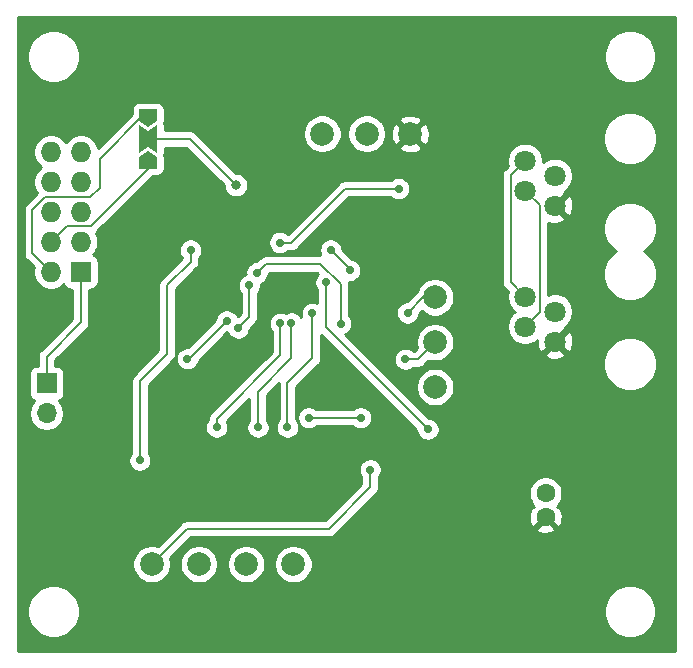
<source format=gbl>
G04 #@! TF.GenerationSoftware,KiCad,Pcbnew,5.1.6-c6e7f7d~86~ubuntu18.04.1*
G04 #@! TF.CreationDate,2020-05-31T12:22:36+02:00*
G04 #@! TF.ProjectId,Telemetry,54656c65-6d65-4747-9279-2e6b69636164,rev?*
G04 #@! TF.SameCoordinates,Original*
G04 #@! TF.FileFunction,Copper,L2,Bot*
G04 #@! TF.FilePolarity,Positive*
%FSLAX46Y46*%
G04 Gerber Fmt 4.6, Leading zero omitted, Abs format (unit mm)*
G04 Created by KiCad (PCBNEW 5.1.6-c6e7f7d~86~ubuntu18.04.1) date 2020-05-31 12:22:36*
%MOMM*%
%LPD*%
G01*
G04 APERTURE LIST*
G04 #@! TA.AperFunction,ComponentPad*
%ADD10C,2.000000*%
G04 #@! TD*
G04 #@! TA.AperFunction,ComponentPad*
%ADD11C,1.800000*%
G04 #@! TD*
G04 #@! TA.AperFunction,SMDPad,CuDef*
%ADD12C,0.100000*%
G04 #@! TD*
G04 #@! TA.AperFunction,Conductor*
%ADD13C,0.100000*%
G04 #@! TD*
G04 #@! TA.AperFunction,ComponentPad*
%ADD14O,1.700000X1.700000*%
G04 #@! TD*
G04 #@! TA.AperFunction,ComponentPad*
%ADD15R,1.700000X1.700000*%
G04 #@! TD*
G04 #@! TA.AperFunction,ComponentPad*
%ADD16O,1.727200X1.727200*%
G04 #@! TD*
G04 #@! TA.AperFunction,ComponentPad*
%ADD17R,1.727200X1.727200*%
G04 #@! TD*
G04 #@! TA.AperFunction,ComponentPad*
%ADD18C,1.600000*%
G04 #@! TD*
G04 #@! TA.AperFunction,ViaPad*
%ADD19C,0.700000*%
G04 #@! TD*
G04 #@! TA.AperFunction,ViaPad*
%ADD20C,0.800000*%
G04 #@! TD*
G04 #@! TA.AperFunction,Conductor*
%ADD21C,0.200000*%
G04 #@! TD*
G04 #@! TA.AperFunction,Conductor*
%ADD22C,0.254000*%
G04 #@! TD*
G04 APERTURE END LIST*
D10*
X115500000Y-147000000D03*
X119500000Y-147000000D03*
X123500000Y-147000000D03*
X127500000Y-147000000D03*
D11*
X149650000Y-116650000D03*
X147110000Y-115380000D03*
X147110000Y-112840000D03*
X149650000Y-114110000D03*
X149650000Y-128150000D03*
X147110000Y-126880000D03*
X147110000Y-124340000D03*
X149650000Y-125610000D03*
D10*
X137400000Y-110580000D03*
X129950000Y-110550000D03*
X133700000Y-110550000D03*
X139500000Y-128200000D03*
X139500000Y-124400000D03*
X139500000Y-132000000D03*
G04 #@! TA.AperFunction,SMDPad,CuDef*
D12*
G36*
X115200000Y-112000000D02*
G01*
X115950000Y-112500000D01*
X115950000Y-113500000D01*
X114450000Y-113500000D01*
X114450000Y-112500000D01*
X115200000Y-112000000D01*
G37*
G04 #@! TD.AperFunction*
G04 #@! TA.AperFunction,Conductor*
D13*
G36*
X115200000Y-111700000D02*
G01*
X114450000Y-112200000D01*
X114450000Y-109800000D01*
X115200000Y-110300000D01*
X115950000Y-109800000D01*
X115950000Y-112200000D01*
X115200000Y-111700000D01*
G37*
G04 #@! TD.AperFunction*
G04 #@! TA.AperFunction,SMDPad,CuDef*
D12*
G36*
X115200000Y-110000000D02*
G01*
X114450000Y-109500000D01*
X114450000Y-108500000D01*
X115950000Y-108500000D01*
X115950000Y-109500000D01*
X115200000Y-110000000D01*
G37*
G04 #@! TD.AperFunction*
D14*
X106600000Y-134240000D03*
D15*
X106600000Y-131700000D03*
D16*
X106960000Y-112090000D03*
X109500000Y-112090000D03*
X106960000Y-114630000D03*
X109500000Y-114630000D03*
X106960000Y-117170000D03*
X109500000Y-117170000D03*
X106960000Y-119710000D03*
X109500000Y-119710000D03*
X106960000Y-122250000D03*
D17*
X109500000Y-122250000D03*
D18*
X148850000Y-143000000D03*
X148850000Y-141000000D03*
D19*
X147500000Y-150000000D03*
X147500000Y-152500000D03*
X157500000Y-135000000D03*
X157500000Y-137500000D03*
X155000000Y-140000000D03*
X155000000Y-142500000D03*
X157500000Y-145000000D03*
X155000000Y-145000000D03*
X155000000Y-147500000D03*
X157500000Y-147500000D03*
X107500000Y-137500000D03*
X107500000Y-140000000D03*
X107500000Y-142500000D03*
X107500000Y-145000000D03*
X107500000Y-147500000D03*
X110000000Y-147500000D03*
X110000000Y-150000000D03*
X112500000Y-150000000D03*
X115000000Y-150000000D03*
X117500000Y-150000000D03*
X120000000Y-150000000D03*
X122500000Y-150000000D03*
X125000000Y-150000000D03*
X127500000Y-150000000D03*
X127500000Y-152500000D03*
X125000000Y-152500000D03*
X122500000Y-152500000D03*
X120000000Y-152500000D03*
X117500000Y-152500000D03*
X115000000Y-152500000D03*
X112500000Y-152500000D03*
X110000000Y-152500000D03*
X105000000Y-147500000D03*
X105000000Y-145000000D03*
X105000000Y-142500000D03*
X105000000Y-140000000D03*
X105000000Y-137500000D03*
X110000000Y-105000000D03*
X110000000Y-102500000D03*
X150000000Y-107500000D03*
X150000000Y-105000000D03*
X147500000Y-105000000D03*
X145000000Y-105000000D03*
X142500000Y-105000000D03*
X152500000Y-107500000D03*
X152500000Y-105000000D03*
X152500000Y-102500000D03*
X150000000Y-102500000D03*
X147500000Y-102500000D03*
X145000000Y-102500000D03*
X142500000Y-102500000D03*
X115000000Y-102500000D03*
X112500000Y-102500000D03*
X157500000Y-142500000D03*
X157500000Y-140000000D03*
X110000000Y-107500000D03*
X107500000Y-107500000D03*
X117500000Y-102500000D03*
X105000000Y-107500000D03*
X152500000Y-150000000D03*
X152500000Y-152500000D03*
X150000000Y-152500000D03*
X150000000Y-150000000D03*
X110000000Y-145000000D03*
X112500000Y-145000000D03*
X112500000Y-147500000D03*
X152500000Y-110000000D03*
X152500000Y-112500000D03*
X152500000Y-115000000D03*
X152500000Y-117500000D03*
X152500000Y-120000000D03*
X152500000Y-122500000D03*
X152500000Y-127500000D03*
X152500000Y-125000000D03*
X152500000Y-130000000D03*
X155000000Y-115000000D03*
X157500000Y-115000000D03*
X155000000Y-107500000D03*
X157500000Y-107500000D03*
X155000000Y-125000000D03*
X157500000Y-125000000D03*
X155000000Y-127500000D03*
X157500000Y-127500000D03*
X152500000Y-132500000D03*
X155000000Y-132500000D03*
X157500000Y-132500000D03*
X150000000Y-110000000D03*
X122830200Y-127010600D03*
X123761100Y-123379200D03*
X131492100Y-126636400D03*
X124426800Y-122315100D03*
X128800000Y-134600000D03*
X133200000Y-134600000D03*
X137176800Y-125729900D03*
X136991300Y-129652900D03*
X130266200Y-123146200D03*
X138890800Y-135577000D03*
X134000000Y-139000000D03*
X121863100Y-126396600D03*
X118520800Y-129614100D03*
D20*
X122626500Y-114900300D03*
D19*
X127000000Y-135400000D03*
X129114700Y-125771400D03*
X127319100Y-126574900D03*
X124500000Y-135400000D03*
X126400000Y-126600000D03*
X121000000Y-135400000D03*
X130663600Y-120392600D03*
X132268700Y-122125000D03*
X118800000Y-120400000D03*
X114500000Y-138200000D03*
X136400000Y-115200000D03*
X126351400Y-119766700D03*
D21*
X147110000Y-126880000D02*
X148342400Y-125647600D01*
X148342400Y-125647600D02*
X148342400Y-116612400D01*
X148342400Y-116612400D02*
X147110000Y-115380000D01*
X123761100Y-123379200D02*
X123761100Y-126079700D01*
X123761100Y-126079700D02*
X122830200Y-127010600D01*
X124426800Y-122315100D02*
X125170700Y-121571200D01*
X125170700Y-121571200D02*
X129772800Y-121571200D01*
X129772800Y-121571200D02*
X131492100Y-123290500D01*
X131492100Y-123290500D02*
X131492100Y-126636400D01*
X128800000Y-134600000D02*
X130800000Y-134600000D01*
X130800000Y-134600000D02*
X133200000Y-134600000D01*
X147110000Y-112840000D02*
X145884600Y-114065400D01*
X145884600Y-114065400D02*
X145884600Y-123114600D01*
X145884600Y-123114600D02*
X147110000Y-124340000D01*
X137176800Y-125729900D02*
X138506700Y-124400000D01*
X138506700Y-124400000D02*
X139500000Y-124400000D01*
X136991300Y-129652900D02*
X138047100Y-129652900D01*
X138047100Y-129652900D02*
X139500000Y-128200000D01*
X138890800Y-135577000D02*
X130266200Y-126952400D01*
X130266200Y-126952400D02*
X130266200Y-123146200D01*
X134000000Y-139000000D02*
X134000000Y-139000000D01*
X118500000Y-144000000D02*
X115500000Y-147000000D01*
X130500000Y-144000000D02*
X118500000Y-144000000D01*
X134000000Y-139000000D02*
X134000000Y-140500000D01*
X134000000Y-140500000D02*
X130500000Y-144000000D01*
X115200000Y-113232200D02*
X115200000Y-113000000D01*
X115200000Y-113500000D02*
X115200000Y-113000000D01*
X110366399Y-118333601D02*
X115200000Y-113500000D01*
X108336399Y-118333601D02*
X110366399Y-118333601D01*
X106960000Y-119710000D02*
X108336399Y-118333601D01*
X115200000Y-109000000D02*
X114751500Y-109000000D01*
X114751500Y-109000000D02*
X111088200Y-112663300D01*
X105500000Y-120790000D02*
X106960000Y-122250000D01*
X111088200Y-112663300D02*
X111088200Y-115111800D01*
X111088200Y-115111800D02*
X110300000Y-115900000D01*
X110300000Y-115900000D02*
X106500000Y-115900000D01*
X106500000Y-115900000D02*
X105400000Y-117000000D01*
X105400000Y-120690000D02*
X105500000Y-120790000D01*
X105400000Y-117000000D02*
X105400000Y-120690000D01*
X109500000Y-122250000D02*
X109500000Y-126524700D01*
X106600000Y-129424700D02*
X106600000Y-131700000D01*
X109500000Y-126524700D02*
X106600000Y-129424700D01*
X118520800Y-129614100D02*
X118645600Y-129614100D01*
X118645600Y-129614100D02*
X121863100Y-126396600D01*
X115200000Y-111000000D02*
X118726200Y-111000000D01*
X118726200Y-111000000D02*
X122626500Y-114900300D01*
X129058100Y-125828000D02*
X129114700Y-125771400D01*
X129114700Y-129585300D02*
X129114700Y-125771400D01*
X127000000Y-131700000D02*
X129114700Y-129585300D01*
X127000000Y-131700000D02*
X127000000Y-135400000D01*
X127319100Y-129580900D02*
X127319100Y-126574900D01*
X124500000Y-132400000D02*
X127319100Y-129580900D01*
X124500000Y-132400000D02*
X124500000Y-135400000D01*
X126400000Y-129300000D02*
X126400000Y-126600000D01*
X121000000Y-134700000D02*
X126400000Y-129300000D01*
X121000000Y-135400000D02*
X121000000Y-134700000D01*
X132268700Y-122125000D02*
X132268700Y-121997700D01*
X132268700Y-121997700D02*
X130663600Y-120392600D01*
X116800000Y-129200000D02*
X116800000Y-123400000D01*
X118800000Y-121400000D02*
X118800000Y-120400000D01*
X116800000Y-123400000D02*
X118800000Y-121400000D01*
X114500000Y-131500000D02*
X116800000Y-129200000D01*
X114500000Y-131500000D02*
X114500000Y-138200000D01*
X127332800Y-119766700D02*
X126351400Y-119766700D01*
X136400000Y-115200000D02*
X131899500Y-115200000D01*
X131899500Y-115200000D02*
X127332800Y-119766700D01*
D22*
G36*
X159815001Y-154315000D02*
G01*
X104185000Y-154315000D01*
X104185000Y-150779872D01*
X104965000Y-150779872D01*
X104965000Y-151220128D01*
X105050890Y-151651925D01*
X105219369Y-152058669D01*
X105463962Y-152424729D01*
X105775271Y-152736038D01*
X106141331Y-152980631D01*
X106548075Y-153149110D01*
X106979872Y-153235000D01*
X107420128Y-153235000D01*
X107851925Y-153149110D01*
X108258669Y-152980631D01*
X108624729Y-152736038D01*
X108936038Y-152424729D01*
X109180631Y-152058669D01*
X109349110Y-151651925D01*
X109435000Y-151220128D01*
X109435000Y-150779872D01*
X153765000Y-150779872D01*
X153765000Y-151220128D01*
X153850890Y-151651925D01*
X154019369Y-152058669D01*
X154263962Y-152424729D01*
X154575271Y-152736038D01*
X154941331Y-152980631D01*
X155348075Y-153149110D01*
X155779872Y-153235000D01*
X156220128Y-153235000D01*
X156651925Y-153149110D01*
X157058669Y-152980631D01*
X157424729Y-152736038D01*
X157736038Y-152424729D01*
X157980631Y-152058669D01*
X158149110Y-151651925D01*
X158235000Y-151220128D01*
X158235000Y-150779872D01*
X158149110Y-150348075D01*
X157980631Y-149941331D01*
X157736038Y-149575271D01*
X157424729Y-149263962D01*
X157058669Y-149019369D01*
X156651925Y-148850890D01*
X156220128Y-148765000D01*
X155779872Y-148765000D01*
X155348075Y-148850890D01*
X154941331Y-149019369D01*
X154575271Y-149263962D01*
X154263962Y-149575271D01*
X154019369Y-149941331D01*
X153850890Y-150348075D01*
X153765000Y-150779872D01*
X109435000Y-150779872D01*
X109349110Y-150348075D01*
X109180631Y-149941331D01*
X108936038Y-149575271D01*
X108624729Y-149263962D01*
X108258669Y-149019369D01*
X107851925Y-148850890D01*
X107420128Y-148765000D01*
X106979872Y-148765000D01*
X106548075Y-148850890D01*
X106141331Y-149019369D01*
X105775271Y-149263962D01*
X105463962Y-149575271D01*
X105219369Y-149941331D01*
X105050890Y-150348075D01*
X104965000Y-150779872D01*
X104185000Y-150779872D01*
X104185000Y-146838967D01*
X113865000Y-146838967D01*
X113865000Y-147161033D01*
X113927832Y-147476912D01*
X114051082Y-147774463D01*
X114230013Y-148042252D01*
X114457748Y-148269987D01*
X114725537Y-148448918D01*
X115023088Y-148572168D01*
X115338967Y-148635000D01*
X115661033Y-148635000D01*
X115976912Y-148572168D01*
X116274463Y-148448918D01*
X116542252Y-148269987D01*
X116769987Y-148042252D01*
X116948918Y-147774463D01*
X117072168Y-147476912D01*
X117135000Y-147161033D01*
X117135000Y-146838967D01*
X117865000Y-146838967D01*
X117865000Y-147161033D01*
X117927832Y-147476912D01*
X118051082Y-147774463D01*
X118230013Y-148042252D01*
X118457748Y-148269987D01*
X118725537Y-148448918D01*
X119023088Y-148572168D01*
X119338967Y-148635000D01*
X119661033Y-148635000D01*
X119976912Y-148572168D01*
X120274463Y-148448918D01*
X120542252Y-148269987D01*
X120769987Y-148042252D01*
X120948918Y-147774463D01*
X121072168Y-147476912D01*
X121135000Y-147161033D01*
X121135000Y-146838967D01*
X121865000Y-146838967D01*
X121865000Y-147161033D01*
X121927832Y-147476912D01*
X122051082Y-147774463D01*
X122230013Y-148042252D01*
X122457748Y-148269987D01*
X122725537Y-148448918D01*
X123023088Y-148572168D01*
X123338967Y-148635000D01*
X123661033Y-148635000D01*
X123976912Y-148572168D01*
X124274463Y-148448918D01*
X124542252Y-148269987D01*
X124769987Y-148042252D01*
X124948918Y-147774463D01*
X125072168Y-147476912D01*
X125135000Y-147161033D01*
X125135000Y-146838967D01*
X125865000Y-146838967D01*
X125865000Y-147161033D01*
X125927832Y-147476912D01*
X126051082Y-147774463D01*
X126230013Y-148042252D01*
X126457748Y-148269987D01*
X126725537Y-148448918D01*
X127023088Y-148572168D01*
X127338967Y-148635000D01*
X127661033Y-148635000D01*
X127976912Y-148572168D01*
X128274463Y-148448918D01*
X128542252Y-148269987D01*
X128769987Y-148042252D01*
X128948918Y-147774463D01*
X129072168Y-147476912D01*
X129135000Y-147161033D01*
X129135000Y-146838967D01*
X129072168Y-146523088D01*
X128948918Y-146225537D01*
X128769987Y-145957748D01*
X128542252Y-145730013D01*
X128274463Y-145551082D01*
X127976912Y-145427832D01*
X127661033Y-145365000D01*
X127338967Y-145365000D01*
X127023088Y-145427832D01*
X126725537Y-145551082D01*
X126457748Y-145730013D01*
X126230013Y-145957748D01*
X126051082Y-146225537D01*
X125927832Y-146523088D01*
X125865000Y-146838967D01*
X125135000Y-146838967D01*
X125072168Y-146523088D01*
X124948918Y-146225537D01*
X124769987Y-145957748D01*
X124542252Y-145730013D01*
X124274463Y-145551082D01*
X123976912Y-145427832D01*
X123661033Y-145365000D01*
X123338967Y-145365000D01*
X123023088Y-145427832D01*
X122725537Y-145551082D01*
X122457748Y-145730013D01*
X122230013Y-145957748D01*
X122051082Y-146225537D01*
X121927832Y-146523088D01*
X121865000Y-146838967D01*
X121135000Y-146838967D01*
X121072168Y-146523088D01*
X120948918Y-146225537D01*
X120769987Y-145957748D01*
X120542252Y-145730013D01*
X120274463Y-145551082D01*
X119976912Y-145427832D01*
X119661033Y-145365000D01*
X119338967Y-145365000D01*
X119023088Y-145427832D01*
X118725537Y-145551082D01*
X118457748Y-145730013D01*
X118230013Y-145957748D01*
X118051082Y-146225537D01*
X117927832Y-146523088D01*
X117865000Y-146838967D01*
X117135000Y-146838967D01*
X117072168Y-146523088D01*
X117055822Y-146483625D01*
X118804447Y-144735000D01*
X130463895Y-144735000D01*
X130500000Y-144738556D01*
X130536105Y-144735000D01*
X130644085Y-144724365D01*
X130782633Y-144682337D01*
X130910320Y-144614087D01*
X131022238Y-144522238D01*
X131045259Y-144494187D01*
X131546744Y-143992702D01*
X148036903Y-143992702D01*
X148108486Y-144236671D01*
X148363996Y-144357571D01*
X148638184Y-144426300D01*
X148920512Y-144440217D01*
X149200130Y-144398787D01*
X149466292Y-144303603D01*
X149591514Y-144236671D01*
X149663097Y-143992702D01*
X148850000Y-143179605D01*
X148036903Y-143992702D01*
X131546744Y-143992702D01*
X132468934Y-143070512D01*
X147409783Y-143070512D01*
X147451213Y-143350130D01*
X147546397Y-143616292D01*
X147613329Y-143741514D01*
X147857298Y-143813097D01*
X148670395Y-143000000D01*
X148656253Y-142985858D01*
X148835858Y-142806253D01*
X148850000Y-142820395D01*
X148864143Y-142806253D01*
X149043748Y-142985858D01*
X149029605Y-143000000D01*
X149842702Y-143813097D01*
X150086671Y-143741514D01*
X150207571Y-143486004D01*
X150276300Y-143211816D01*
X150290217Y-142929488D01*
X150248787Y-142649870D01*
X150153603Y-142383708D01*
X150086671Y-142258486D01*
X149842704Y-142186903D01*
X149958977Y-142070630D01*
X149883872Y-141995525D01*
X149964637Y-141914759D01*
X150121680Y-141679727D01*
X150229853Y-141418574D01*
X150285000Y-141141335D01*
X150285000Y-140858665D01*
X150229853Y-140581426D01*
X150121680Y-140320273D01*
X149964637Y-140085241D01*
X149764759Y-139885363D01*
X149529727Y-139728320D01*
X149268574Y-139620147D01*
X148991335Y-139565000D01*
X148708665Y-139565000D01*
X148431426Y-139620147D01*
X148170273Y-139728320D01*
X147935241Y-139885363D01*
X147735363Y-140085241D01*
X147578320Y-140320273D01*
X147470147Y-140581426D01*
X147415000Y-140858665D01*
X147415000Y-141141335D01*
X147470147Y-141418574D01*
X147578320Y-141679727D01*
X147735363Y-141914759D01*
X147816129Y-141995525D01*
X147741023Y-142070630D01*
X147857296Y-142186903D01*
X147613329Y-142258486D01*
X147492429Y-142513996D01*
X147423700Y-142788184D01*
X147409783Y-143070512D01*
X132468934Y-143070512D01*
X134494193Y-141045254D01*
X134522238Y-141022238D01*
X134614087Y-140910320D01*
X134682337Y-140782633D01*
X134724365Y-140644085D01*
X134735000Y-140536105D01*
X134735000Y-140536096D01*
X134738555Y-140500001D01*
X134735000Y-140463906D01*
X134735000Y-139658000D01*
X134765099Y-139627901D01*
X134872896Y-139466572D01*
X134947147Y-139287314D01*
X134985000Y-139097014D01*
X134985000Y-138902986D01*
X134947147Y-138712686D01*
X134872896Y-138533428D01*
X134765099Y-138372099D01*
X134627901Y-138234901D01*
X134466572Y-138127104D01*
X134287314Y-138052853D01*
X134097014Y-138015000D01*
X133902986Y-138015000D01*
X133712686Y-138052853D01*
X133533428Y-138127104D01*
X133372099Y-138234901D01*
X133234901Y-138372099D01*
X133127104Y-138533428D01*
X133052853Y-138712686D01*
X133015000Y-138902986D01*
X133015000Y-139097014D01*
X133052853Y-139287314D01*
X133127104Y-139466572D01*
X133234901Y-139627901D01*
X133265000Y-139658000D01*
X133265001Y-140195552D01*
X130195554Y-143265000D01*
X118536105Y-143265000D01*
X118500000Y-143261444D01*
X118355915Y-143275635D01*
X118217366Y-143317663D01*
X118156625Y-143350130D01*
X118089680Y-143385913D01*
X117977762Y-143477762D01*
X117954746Y-143505807D01*
X116016375Y-145444178D01*
X115976912Y-145427832D01*
X115661033Y-145365000D01*
X115338967Y-145365000D01*
X115023088Y-145427832D01*
X114725537Y-145551082D01*
X114457748Y-145730013D01*
X114230013Y-145957748D01*
X114051082Y-146225537D01*
X113927832Y-146523088D01*
X113865000Y-146838967D01*
X104185000Y-146838967D01*
X104185000Y-138102986D01*
X113515000Y-138102986D01*
X113515000Y-138297014D01*
X113552853Y-138487314D01*
X113627104Y-138666572D01*
X113734901Y-138827901D01*
X113872099Y-138965099D01*
X114033428Y-139072896D01*
X114212686Y-139147147D01*
X114402986Y-139185000D01*
X114597014Y-139185000D01*
X114787314Y-139147147D01*
X114966572Y-139072896D01*
X115127901Y-138965099D01*
X115265099Y-138827901D01*
X115372896Y-138666572D01*
X115447147Y-138487314D01*
X115485000Y-138297014D01*
X115485000Y-138102986D01*
X115447147Y-137912686D01*
X115372896Y-137733428D01*
X115265099Y-137572099D01*
X115235000Y-137542000D01*
X115235000Y-131804446D01*
X117294197Y-129745250D01*
X117322237Y-129722238D01*
X117345250Y-129694197D01*
X117345253Y-129694194D01*
X117408601Y-129617005D01*
X117414087Y-129610320D01*
X117463921Y-129517086D01*
X117535800Y-129517086D01*
X117535800Y-129711114D01*
X117573653Y-129901414D01*
X117647904Y-130080672D01*
X117755701Y-130242001D01*
X117892899Y-130379199D01*
X118054228Y-130486996D01*
X118233486Y-130561247D01*
X118423786Y-130599100D01*
X118617814Y-130599100D01*
X118808114Y-130561247D01*
X118987372Y-130486996D01*
X119148701Y-130379199D01*
X119285899Y-130242001D01*
X119393696Y-130080672D01*
X119467947Y-129901414D01*
X119485382Y-129813765D01*
X121917547Y-127381600D01*
X121917717Y-127381600D01*
X121957304Y-127477172D01*
X122065101Y-127638501D01*
X122202299Y-127775699D01*
X122363628Y-127883496D01*
X122542886Y-127957747D01*
X122733186Y-127995600D01*
X122927214Y-127995600D01*
X123117514Y-127957747D01*
X123296772Y-127883496D01*
X123458101Y-127775699D01*
X123595299Y-127638501D01*
X123703096Y-127477172D01*
X123777347Y-127297914D01*
X123815200Y-127107614D01*
X123815200Y-127065046D01*
X124255293Y-126624954D01*
X124283338Y-126601938D01*
X124375187Y-126490020D01*
X124443437Y-126362333D01*
X124485465Y-126223785D01*
X124496100Y-126115805D01*
X124496100Y-126115796D01*
X124499655Y-126079701D01*
X124496100Y-126043606D01*
X124496100Y-124037200D01*
X124526199Y-124007101D01*
X124633996Y-123845772D01*
X124708247Y-123666514D01*
X124746100Y-123476214D01*
X124746100Y-123282186D01*
X124740001Y-123251524D01*
X124893372Y-123187996D01*
X125054701Y-123080199D01*
X125191899Y-122943001D01*
X125299696Y-122781672D01*
X125373947Y-122602414D01*
X125411800Y-122412114D01*
X125411800Y-122369547D01*
X125475147Y-122306200D01*
X129468354Y-122306200D01*
X129590777Y-122428623D01*
X129501101Y-122518299D01*
X129393304Y-122679628D01*
X129319053Y-122858886D01*
X129281200Y-123049186D01*
X129281200Y-123243214D01*
X129319053Y-123433514D01*
X129393304Y-123612772D01*
X129501101Y-123774101D01*
X129531201Y-123804201D01*
X129531201Y-124877764D01*
X129402014Y-124824253D01*
X129211714Y-124786400D01*
X129017686Y-124786400D01*
X128827386Y-124824253D01*
X128648128Y-124898504D01*
X128486799Y-125006301D01*
X128349601Y-125143499D01*
X128241804Y-125304828D01*
X128167553Y-125484086D01*
X128129700Y-125674386D01*
X128129700Y-125868414D01*
X128167553Y-126058714D01*
X128181756Y-126093002D01*
X128084199Y-125946999D01*
X127947001Y-125809801D01*
X127785672Y-125702004D01*
X127606414Y-125627753D01*
X127416114Y-125589900D01*
X127222086Y-125589900D01*
X127031786Y-125627753D01*
X126852528Y-125702004D01*
X126834713Y-125713908D01*
X126687314Y-125652853D01*
X126497014Y-125615000D01*
X126302986Y-125615000D01*
X126112686Y-125652853D01*
X125933428Y-125727104D01*
X125772099Y-125834901D01*
X125634901Y-125972099D01*
X125527104Y-126133428D01*
X125452853Y-126312686D01*
X125415000Y-126502986D01*
X125415000Y-126697014D01*
X125452853Y-126887314D01*
X125527104Y-127066572D01*
X125634901Y-127227901D01*
X125665001Y-127258001D01*
X125665000Y-128995553D01*
X120505808Y-134154746D01*
X120477763Y-134177762D01*
X120385914Y-134289680D01*
X120373617Y-134312686D01*
X120317664Y-134417367D01*
X120275635Y-134555915D01*
X120261444Y-134700000D01*
X120265000Y-134736105D01*
X120265000Y-134742000D01*
X120234901Y-134772099D01*
X120127104Y-134933428D01*
X120052853Y-135112686D01*
X120015000Y-135302986D01*
X120015000Y-135497014D01*
X120052853Y-135687314D01*
X120127104Y-135866572D01*
X120234901Y-136027901D01*
X120372099Y-136165099D01*
X120533428Y-136272896D01*
X120712686Y-136347147D01*
X120902986Y-136385000D01*
X121097014Y-136385000D01*
X121287314Y-136347147D01*
X121466572Y-136272896D01*
X121627901Y-136165099D01*
X121765099Y-136027901D01*
X121872896Y-135866572D01*
X121947147Y-135687314D01*
X121985000Y-135497014D01*
X121985000Y-135302986D01*
X121947147Y-135112686D01*
X121872896Y-134933428D01*
X121846108Y-134893338D01*
X123765000Y-132974446D01*
X123765001Y-134741999D01*
X123734901Y-134772099D01*
X123627104Y-134933428D01*
X123552853Y-135112686D01*
X123515000Y-135302986D01*
X123515000Y-135497014D01*
X123552853Y-135687314D01*
X123627104Y-135866572D01*
X123734901Y-136027901D01*
X123872099Y-136165099D01*
X124033428Y-136272896D01*
X124212686Y-136347147D01*
X124402986Y-136385000D01*
X124597014Y-136385000D01*
X124787314Y-136347147D01*
X124966572Y-136272896D01*
X125127901Y-136165099D01*
X125265099Y-136027901D01*
X125372896Y-135866572D01*
X125447147Y-135687314D01*
X125485000Y-135497014D01*
X125485000Y-135302986D01*
X125447147Y-135112686D01*
X125372896Y-134933428D01*
X125265099Y-134772099D01*
X125235000Y-134742000D01*
X125235000Y-132704446D01*
X126263847Y-131675599D01*
X126261444Y-131700000D01*
X126265000Y-131736105D01*
X126265001Y-134741999D01*
X126234901Y-134772099D01*
X126127104Y-134933428D01*
X126052853Y-135112686D01*
X126015000Y-135302986D01*
X126015000Y-135497014D01*
X126052853Y-135687314D01*
X126127104Y-135866572D01*
X126234901Y-136027901D01*
X126372099Y-136165099D01*
X126533428Y-136272896D01*
X126712686Y-136347147D01*
X126902986Y-136385000D01*
X127097014Y-136385000D01*
X127287314Y-136347147D01*
X127466572Y-136272896D01*
X127627901Y-136165099D01*
X127765099Y-136027901D01*
X127872896Y-135866572D01*
X127947147Y-135687314D01*
X127985000Y-135497014D01*
X127985000Y-135302986D01*
X127947147Y-135112686D01*
X127929582Y-135070281D01*
X128034901Y-135227901D01*
X128172099Y-135365099D01*
X128333428Y-135472896D01*
X128512686Y-135547147D01*
X128702986Y-135585000D01*
X128897014Y-135585000D01*
X129087314Y-135547147D01*
X129266572Y-135472896D01*
X129427901Y-135365099D01*
X129458000Y-135335000D01*
X132542000Y-135335000D01*
X132572099Y-135365099D01*
X132733428Y-135472896D01*
X132912686Y-135547147D01*
X133102986Y-135585000D01*
X133297014Y-135585000D01*
X133487314Y-135547147D01*
X133666572Y-135472896D01*
X133827901Y-135365099D01*
X133965099Y-135227901D01*
X134072896Y-135066572D01*
X134147147Y-134887314D01*
X134185000Y-134697014D01*
X134185000Y-134502986D01*
X134147147Y-134312686D01*
X134072896Y-134133428D01*
X133965099Y-133972099D01*
X133827901Y-133834901D01*
X133666572Y-133727104D01*
X133487314Y-133652853D01*
X133297014Y-133615000D01*
X133102986Y-133615000D01*
X132912686Y-133652853D01*
X132733428Y-133727104D01*
X132572099Y-133834901D01*
X132542000Y-133865000D01*
X129458000Y-133865000D01*
X129427901Y-133834901D01*
X129266572Y-133727104D01*
X129087314Y-133652853D01*
X128897014Y-133615000D01*
X128702986Y-133615000D01*
X128512686Y-133652853D01*
X128333428Y-133727104D01*
X128172099Y-133834901D01*
X128034901Y-133972099D01*
X127927104Y-134133428D01*
X127852853Y-134312686D01*
X127815000Y-134502986D01*
X127815000Y-134697014D01*
X127852853Y-134887314D01*
X127870418Y-134929719D01*
X127765099Y-134772099D01*
X127735000Y-134742000D01*
X127735000Y-132004446D01*
X129608897Y-130130550D01*
X129636937Y-130107538D01*
X129659950Y-130079497D01*
X129659953Y-130079494D01*
X129728786Y-129995621D01*
X129728787Y-129995620D01*
X129797037Y-129867933D01*
X129839065Y-129729385D01*
X129849700Y-129621405D01*
X129849700Y-129621396D01*
X129853255Y-129585301D01*
X129849700Y-129549206D01*
X129849700Y-127575346D01*
X137905800Y-135631447D01*
X137905800Y-135674014D01*
X137943653Y-135864314D01*
X138017904Y-136043572D01*
X138125701Y-136204901D01*
X138262899Y-136342099D01*
X138424228Y-136449896D01*
X138603486Y-136524147D01*
X138793786Y-136562000D01*
X138987814Y-136562000D01*
X139178114Y-136524147D01*
X139357372Y-136449896D01*
X139518701Y-136342099D01*
X139655899Y-136204901D01*
X139763696Y-136043572D01*
X139837947Y-135864314D01*
X139875800Y-135674014D01*
X139875800Y-135479986D01*
X139837947Y-135289686D01*
X139763696Y-135110428D01*
X139655899Y-134949099D01*
X139518701Y-134811901D01*
X139357372Y-134704104D01*
X139178114Y-134629853D01*
X138987814Y-134592000D01*
X138945247Y-134592000D01*
X136192214Y-131838967D01*
X137865000Y-131838967D01*
X137865000Y-132161033D01*
X137927832Y-132476912D01*
X138051082Y-132774463D01*
X138230013Y-133042252D01*
X138457748Y-133269987D01*
X138725537Y-133448918D01*
X139023088Y-133572168D01*
X139338967Y-133635000D01*
X139661033Y-133635000D01*
X139976912Y-133572168D01*
X140274463Y-133448918D01*
X140542252Y-133269987D01*
X140769987Y-133042252D01*
X140948918Y-132774463D01*
X141072168Y-132476912D01*
X141135000Y-132161033D01*
X141135000Y-131838967D01*
X141072168Y-131523088D01*
X140948918Y-131225537D01*
X140769987Y-130957748D01*
X140542252Y-130730013D01*
X140274463Y-130551082D01*
X139976912Y-130427832D01*
X139661033Y-130365000D01*
X139338967Y-130365000D01*
X139023088Y-130427832D01*
X138725537Y-130551082D01*
X138457748Y-130730013D01*
X138230013Y-130957748D01*
X138051082Y-131225537D01*
X137927832Y-131523088D01*
X137865000Y-131838967D01*
X136192214Y-131838967D01*
X133909133Y-129555886D01*
X136006300Y-129555886D01*
X136006300Y-129749914D01*
X136044153Y-129940214D01*
X136118404Y-130119472D01*
X136226201Y-130280801D01*
X136363399Y-130417999D01*
X136524728Y-130525796D01*
X136703986Y-130600047D01*
X136894286Y-130637900D01*
X137088314Y-130637900D01*
X137278614Y-130600047D01*
X137457872Y-130525796D01*
X137619201Y-130417999D01*
X137649300Y-130387900D01*
X138010995Y-130387900D01*
X138047100Y-130391456D01*
X138083205Y-130387900D01*
X138191185Y-130377265D01*
X138329733Y-130335237D01*
X138457420Y-130266987D01*
X138569338Y-130175138D01*
X138592358Y-130147088D01*
X138902037Y-129837409D01*
X153740000Y-129837409D01*
X153740000Y-130282591D01*
X153826851Y-130719218D01*
X153997214Y-131130511D01*
X154244544Y-131500666D01*
X154559334Y-131815456D01*
X154929489Y-132062786D01*
X155340782Y-132233149D01*
X155777409Y-132320000D01*
X156222591Y-132320000D01*
X156659218Y-132233149D01*
X157070511Y-132062786D01*
X157440666Y-131815456D01*
X157755456Y-131500666D01*
X158002786Y-131130511D01*
X158173149Y-130719218D01*
X158260000Y-130282591D01*
X158260000Y-129837409D01*
X158173149Y-129400782D01*
X158002786Y-128989489D01*
X157755456Y-128619334D01*
X157440666Y-128304544D01*
X157070511Y-128057214D01*
X156659218Y-127886851D01*
X156222591Y-127800000D01*
X155777409Y-127800000D01*
X155340782Y-127886851D01*
X154929489Y-128057214D01*
X154559334Y-128304544D01*
X154244544Y-128619334D01*
X153997214Y-128989489D01*
X153826851Y-129400782D01*
X153740000Y-129837409D01*
X138902037Y-129837409D01*
X138983625Y-129755822D01*
X139023088Y-129772168D01*
X139338967Y-129835000D01*
X139661033Y-129835000D01*
X139976912Y-129772168D01*
X140274463Y-129648918D01*
X140542252Y-129469987D01*
X140769987Y-129242252D01*
X140788810Y-129214080D01*
X148765525Y-129214080D01*
X148849208Y-129468261D01*
X149121775Y-129599158D01*
X149414642Y-129674365D01*
X149716553Y-129690991D01*
X150015907Y-129648397D01*
X150301199Y-129548222D01*
X150450792Y-129468261D01*
X150534475Y-129214080D01*
X149650000Y-128329605D01*
X148765525Y-129214080D01*
X140788810Y-129214080D01*
X140948918Y-128974463D01*
X141072168Y-128676912D01*
X141135000Y-128361033D01*
X141135000Y-128038967D01*
X141072168Y-127723088D01*
X140948918Y-127425537D01*
X140769987Y-127157748D01*
X140542252Y-126930013D01*
X140274463Y-126751082D01*
X139976912Y-126627832D01*
X139661033Y-126565000D01*
X139338967Y-126565000D01*
X139023088Y-126627832D01*
X138725537Y-126751082D01*
X138457748Y-126930013D01*
X138230013Y-127157748D01*
X138051082Y-127425537D01*
X137927832Y-127723088D01*
X137865000Y-128038967D01*
X137865000Y-128361033D01*
X137927832Y-128676912D01*
X137944178Y-128716375D01*
X137742654Y-128917900D01*
X137649300Y-128917900D01*
X137619201Y-128887801D01*
X137457872Y-128780004D01*
X137278614Y-128705753D01*
X137088314Y-128667900D01*
X136894286Y-128667900D01*
X136703986Y-128705753D01*
X136524728Y-128780004D01*
X136363399Y-128887801D01*
X136226201Y-129024999D01*
X136118404Y-129186328D01*
X136044153Y-129365586D01*
X136006300Y-129555886D01*
X133909133Y-129555886D01*
X131890698Y-127537452D01*
X131958672Y-127509296D01*
X132120001Y-127401499D01*
X132257199Y-127264301D01*
X132364996Y-127102972D01*
X132439247Y-126923714D01*
X132477100Y-126733414D01*
X132477100Y-126539386D01*
X132439247Y-126349086D01*
X132364996Y-126169828D01*
X132257199Y-126008499D01*
X132227100Y-125978400D01*
X132227100Y-125632886D01*
X136191800Y-125632886D01*
X136191800Y-125826914D01*
X136229653Y-126017214D01*
X136303904Y-126196472D01*
X136411701Y-126357801D01*
X136548899Y-126494999D01*
X136710228Y-126602796D01*
X136889486Y-126677047D01*
X137079786Y-126714900D01*
X137273814Y-126714900D01*
X137464114Y-126677047D01*
X137643372Y-126602796D01*
X137804701Y-126494999D01*
X137941899Y-126357801D01*
X138049696Y-126196472D01*
X138123947Y-126017214D01*
X138161800Y-125826914D01*
X138161800Y-125784346D01*
X138366954Y-125579193D01*
X138457748Y-125669987D01*
X138725537Y-125848918D01*
X139023088Y-125972168D01*
X139338967Y-126035000D01*
X139661033Y-126035000D01*
X139976912Y-125972168D01*
X140274463Y-125848918D01*
X140542252Y-125669987D01*
X140769987Y-125442252D01*
X140948918Y-125174463D01*
X141072168Y-124876912D01*
X141135000Y-124561033D01*
X141135000Y-124238967D01*
X141072168Y-123923088D01*
X140948918Y-123625537D01*
X140769987Y-123357748D01*
X140542252Y-123130013D01*
X140274463Y-122951082D01*
X139976912Y-122827832D01*
X139661033Y-122765000D01*
X139338967Y-122765000D01*
X139023088Y-122827832D01*
X138725537Y-122951082D01*
X138457748Y-123130013D01*
X138230013Y-123357748D01*
X138051082Y-123625537D01*
X137927832Y-123923088D01*
X137923776Y-123943477D01*
X137122354Y-124744900D01*
X137079786Y-124744900D01*
X136889486Y-124782753D01*
X136710228Y-124857004D01*
X136548899Y-124964801D01*
X136411701Y-125101999D01*
X136303904Y-125263328D01*
X136229653Y-125442586D01*
X136191800Y-125632886D01*
X132227100Y-125632886D01*
X132227100Y-123326594D01*
X132230655Y-123290499D01*
X132227100Y-123254404D01*
X132227100Y-123254395D01*
X132216465Y-123146415D01*
X132205419Y-123110000D01*
X132365714Y-123110000D01*
X132556014Y-123072147D01*
X132735272Y-122997896D01*
X132896601Y-122890099D01*
X133033799Y-122752901D01*
X133141596Y-122591572D01*
X133215847Y-122412314D01*
X133253700Y-122222014D01*
X133253700Y-122027986D01*
X133215847Y-121837686D01*
X133141596Y-121658428D01*
X133033799Y-121497099D01*
X132896601Y-121359901D01*
X132735272Y-121252104D01*
X132556014Y-121177853D01*
X132471486Y-121161039D01*
X131648600Y-120338154D01*
X131648600Y-120295586D01*
X131610747Y-120105286D01*
X131536496Y-119926028D01*
X131428699Y-119764699D01*
X131291501Y-119627501D01*
X131130172Y-119519704D01*
X130950914Y-119445453D01*
X130760614Y-119407600D01*
X130566586Y-119407600D01*
X130376286Y-119445453D01*
X130197028Y-119519704D01*
X130035699Y-119627501D01*
X129898501Y-119764699D01*
X129790704Y-119926028D01*
X129716453Y-120105286D01*
X129678600Y-120295586D01*
X129678600Y-120489614D01*
X129716453Y-120679914D01*
X129780010Y-120833354D01*
X129772800Y-120832644D01*
X129736695Y-120836200D01*
X125206794Y-120836200D01*
X125170699Y-120832645D01*
X125134604Y-120836200D01*
X125134595Y-120836200D01*
X125026615Y-120846835D01*
X124888067Y-120888863D01*
X124760380Y-120957113D01*
X124648462Y-121048962D01*
X124625446Y-121077007D01*
X124372353Y-121330100D01*
X124329786Y-121330100D01*
X124139486Y-121367953D01*
X123960228Y-121442204D01*
X123798899Y-121550001D01*
X123661701Y-121687199D01*
X123553904Y-121848528D01*
X123479653Y-122027786D01*
X123441800Y-122218086D01*
X123441800Y-122412114D01*
X123447899Y-122442776D01*
X123294528Y-122506304D01*
X123133199Y-122614101D01*
X122996001Y-122751299D01*
X122888204Y-122912628D01*
X122813953Y-123091886D01*
X122776100Y-123282186D01*
X122776100Y-123476214D01*
X122813953Y-123666514D01*
X122888204Y-123845772D01*
X122996001Y-124007101D01*
X123026100Y-124037200D01*
X123026101Y-125775252D01*
X122775754Y-126025600D01*
X122775583Y-126025600D01*
X122735996Y-125930028D01*
X122628199Y-125768699D01*
X122491001Y-125631501D01*
X122329672Y-125523704D01*
X122150414Y-125449453D01*
X121960114Y-125411600D01*
X121766086Y-125411600D01*
X121575786Y-125449453D01*
X121396528Y-125523704D01*
X121235199Y-125631501D01*
X121098001Y-125768699D01*
X120990204Y-125930028D01*
X120915953Y-126109286D01*
X120878100Y-126299586D01*
X120878100Y-126342153D01*
X118591154Y-128629100D01*
X118423786Y-128629100D01*
X118233486Y-128666953D01*
X118054228Y-128741204D01*
X117892899Y-128849001D01*
X117755701Y-128986199D01*
X117647904Y-129147528D01*
X117573653Y-129326786D01*
X117535800Y-129517086D01*
X117463921Y-129517086D01*
X117482337Y-129482633D01*
X117524365Y-129344085D01*
X117535000Y-129236105D01*
X117535000Y-129236096D01*
X117538555Y-129200001D01*
X117535000Y-129163906D01*
X117535000Y-123704446D01*
X119294197Y-121945250D01*
X119322237Y-121922238D01*
X119345250Y-121894197D01*
X119345253Y-121894194D01*
X119414086Y-121810321D01*
X119414087Y-121810320D01*
X119482337Y-121682633D01*
X119511616Y-121586114D01*
X119524365Y-121544086D01*
X119527580Y-121511444D01*
X119535000Y-121436105D01*
X119535000Y-121436098D01*
X119538555Y-121400001D01*
X119535000Y-121363904D01*
X119535000Y-121058000D01*
X119565099Y-121027901D01*
X119672896Y-120866572D01*
X119747147Y-120687314D01*
X119785000Y-120497014D01*
X119785000Y-120302986D01*
X119747147Y-120112686D01*
X119672896Y-119933428D01*
X119565099Y-119772099D01*
X119462686Y-119669686D01*
X125366400Y-119669686D01*
X125366400Y-119863714D01*
X125404253Y-120054014D01*
X125478504Y-120233272D01*
X125586301Y-120394601D01*
X125723499Y-120531799D01*
X125884828Y-120639596D01*
X126064086Y-120713847D01*
X126254386Y-120751700D01*
X126448414Y-120751700D01*
X126638714Y-120713847D01*
X126817972Y-120639596D01*
X126979301Y-120531799D01*
X127009400Y-120501700D01*
X127296695Y-120501700D01*
X127332800Y-120505256D01*
X127368905Y-120501700D01*
X127476885Y-120491065D01*
X127615433Y-120449037D01*
X127743120Y-120380787D01*
X127855038Y-120288938D01*
X127878059Y-120260887D01*
X132203947Y-115935000D01*
X135742000Y-115935000D01*
X135772099Y-115965099D01*
X135933428Y-116072896D01*
X136112686Y-116147147D01*
X136302986Y-116185000D01*
X136497014Y-116185000D01*
X136687314Y-116147147D01*
X136866572Y-116072896D01*
X137027901Y-115965099D01*
X137165099Y-115827901D01*
X137272896Y-115666572D01*
X137347147Y-115487314D01*
X137385000Y-115297014D01*
X137385000Y-115102986D01*
X137347147Y-114912686D01*
X137272896Y-114733428D01*
X137165099Y-114572099D01*
X137027901Y-114434901D01*
X136866572Y-114327104D01*
X136687314Y-114252853D01*
X136497014Y-114215000D01*
X136302986Y-114215000D01*
X136112686Y-114252853D01*
X135933428Y-114327104D01*
X135772099Y-114434901D01*
X135742000Y-114465000D01*
X131935604Y-114465000D01*
X131899499Y-114461444D01*
X131755414Y-114475635D01*
X131733110Y-114482401D01*
X131616867Y-114517663D01*
X131489180Y-114585913D01*
X131377262Y-114677762D01*
X131354246Y-114705807D01*
X127028354Y-119031700D01*
X127009400Y-119031700D01*
X126979301Y-119001601D01*
X126817972Y-118893804D01*
X126638714Y-118819553D01*
X126448414Y-118781700D01*
X126254386Y-118781700D01*
X126064086Y-118819553D01*
X125884828Y-118893804D01*
X125723499Y-119001601D01*
X125586301Y-119138799D01*
X125478504Y-119300128D01*
X125404253Y-119479386D01*
X125366400Y-119669686D01*
X119462686Y-119669686D01*
X119427901Y-119634901D01*
X119266572Y-119527104D01*
X119087314Y-119452853D01*
X118897014Y-119415000D01*
X118702986Y-119415000D01*
X118512686Y-119452853D01*
X118333428Y-119527104D01*
X118172099Y-119634901D01*
X118034901Y-119772099D01*
X117927104Y-119933428D01*
X117852853Y-120112686D01*
X117815000Y-120302986D01*
X117815000Y-120497014D01*
X117852853Y-120687314D01*
X117927104Y-120866572D01*
X118034901Y-121027901D01*
X118065000Y-121058000D01*
X118065000Y-121095553D01*
X116305808Y-122854746D01*
X116277763Y-122877762D01*
X116185914Y-122989680D01*
X116119143Y-123114600D01*
X116117664Y-123117367D01*
X116075635Y-123255915D01*
X116061444Y-123400000D01*
X116065001Y-123436115D01*
X116065000Y-128895553D01*
X114005808Y-130954746D01*
X113977762Y-130977763D01*
X113885913Y-131089681D01*
X113817663Y-131217368D01*
X113795727Y-131289681D01*
X113775635Y-131355915D01*
X113761444Y-131500000D01*
X113765000Y-131536105D01*
X113765001Y-137541999D01*
X113734901Y-137572099D01*
X113627104Y-137733428D01*
X113552853Y-137912686D01*
X113515000Y-138102986D01*
X104185000Y-138102986D01*
X104185000Y-117000000D01*
X104661444Y-117000000D01*
X104665000Y-117036105D01*
X104665001Y-120653885D01*
X104661444Y-120690000D01*
X104675635Y-120834085D01*
X104706313Y-120935215D01*
X104717664Y-120972633D01*
X104785914Y-121100320D01*
X104877763Y-121212238D01*
X104905808Y-121235254D01*
X105513090Y-121842536D01*
X105461400Y-122102401D01*
X105461400Y-122397599D01*
X105518990Y-122687125D01*
X105631958Y-122959853D01*
X105795961Y-123205302D01*
X106004698Y-123414039D01*
X106250147Y-123578042D01*
X106522875Y-123691010D01*
X106812401Y-123748600D01*
X107107599Y-123748600D01*
X107397125Y-123691010D01*
X107669853Y-123578042D01*
X107915302Y-123414039D01*
X108029364Y-123299977D01*
X108046898Y-123357780D01*
X108105863Y-123468094D01*
X108185215Y-123564785D01*
X108281906Y-123644137D01*
X108392220Y-123703102D01*
X108511918Y-123739412D01*
X108636400Y-123751672D01*
X108765000Y-123751672D01*
X108765001Y-126220252D01*
X106105808Y-128879446D01*
X106077762Y-128902463D01*
X105985913Y-129014381D01*
X105917663Y-129142068D01*
X105889138Y-129236104D01*
X105875635Y-129280615D01*
X105861444Y-129424700D01*
X105865000Y-129460805D01*
X105865000Y-130211928D01*
X105750000Y-130211928D01*
X105625518Y-130224188D01*
X105505820Y-130260498D01*
X105395506Y-130319463D01*
X105298815Y-130398815D01*
X105219463Y-130495506D01*
X105160498Y-130605820D01*
X105124188Y-130725518D01*
X105111928Y-130850000D01*
X105111928Y-132550000D01*
X105124188Y-132674482D01*
X105160498Y-132794180D01*
X105219463Y-132904494D01*
X105298815Y-133001185D01*
X105395506Y-133080537D01*
X105505820Y-133139502D01*
X105578380Y-133161513D01*
X105446525Y-133293368D01*
X105284010Y-133536589D01*
X105172068Y-133806842D01*
X105115000Y-134093740D01*
X105115000Y-134386260D01*
X105172068Y-134673158D01*
X105284010Y-134943411D01*
X105446525Y-135186632D01*
X105653368Y-135393475D01*
X105896589Y-135555990D01*
X106166842Y-135667932D01*
X106453740Y-135725000D01*
X106746260Y-135725000D01*
X107033158Y-135667932D01*
X107303411Y-135555990D01*
X107546632Y-135393475D01*
X107753475Y-135186632D01*
X107915990Y-134943411D01*
X108027932Y-134673158D01*
X108085000Y-134386260D01*
X108085000Y-134093740D01*
X108027932Y-133806842D01*
X107915990Y-133536589D01*
X107753475Y-133293368D01*
X107621620Y-133161513D01*
X107694180Y-133139502D01*
X107804494Y-133080537D01*
X107901185Y-133001185D01*
X107980537Y-132904494D01*
X108039502Y-132794180D01*
X108075812Y-132674482D01*
X108088072Y-132550000D01*
X108088072Y-130850000D01*
X108075812Y-130725518D01*
X108039502Y-130605820D01*
X107980537Y-130495506D01*
X107901185Y-130398815D01*
X107804494Y-130319463D01*
X107694180Y-130260498D01*
X107574482Y-130224188D01*
X107450000Y-130211928D01*
X107335000Y-130211928D01*
X107335000Y-129729146D01*
X109994193Y-127069954D01*
X110022238Y-127046938D01*
X110114087Y-126935020D01*
X110182337Y-126807333D01*
X110224365Y-126668785D01*
X110235000Y-126560805D01*
X110235000Y-126560796D01*
X110238555Y-126524701D01*
X110235000Y-126488606D01*
X110235000Y-123751672D01*
X110363600Y-123751672D01*
X110488082Y-123739412D01*
X110607780Y-123703102D01*
X110718094Y-123644137D01*
X110814785Y-123564785D01*
X110894137Y-123468094D01*
X110953102Y-123357780D01*
X110989412Y-123238082D01*
X111001672Y-123113600D01*
X111001672Y-121386400D01*
X110989412Y-121261918D01*
X110953102Y-121142220D01*
X110894137Y-121031906D01*
X110814785Y-120935215D01*
X110718094Y-120855863D01*
X110607780Y-120796898D01*
X110549977Y-120779364D01*
X110664039Y-120665302D01*
X110828042Y-120419853D01*
X110941010Y-120147125D01*
X110998600Y-119857599D01*
X110998600Y-119562401D01*
X110941010Y-119272875D01*
X110828042Y-119000147D01*
X110787228Y-118939064D01*
X110888637Y-118855839D01*
X110911658Y-118827788D01*
X115601375Y-114138072D01*
X115950000Y-114138072D01*
X116074482Y-114125812D01*
X116194180Y-114089502D01*
X116304494Y-114030537D01*
X116401185Y-113951185D01*
X116480537Y-113854494D01*
X116539502Y-113744180D01*
X116575812Y-113624482D01*
X116588072Y-113500000D01*
X116588072Y-112500000D01*
X116575681Y-112374864D01*
X116568091Y-112349936D01*
X116575812Y-112324482D01*
X116588072Y-112200000D01*
X116588072Y-111735000D01*
X118421754Y-111735000D01*
X121591500Y-114904747D01*
X121591500Y-115002239D01*
X121631274Y-115202198D01*
X121709295Y-115390556D01*
X121822563Y-115560074D01*
X121966726Y-115704237D01*
X122136244Y-115817505D01*
X122324602Y-115895526D01*
X122524561Y-115935300D01*
X122728439Y-115935300D01*
X122928398Y-115895526D01*
X123116756Y-115817505D01*
X123286274Y-115704237D01*
X123430437Y-115560074D01*
X123543705Y-115390556D01*
X123621726Y-115202198D01*
X123661500Y-115002239D01*
X123661500Y-114798361D01*
X123621726Y-114598402D01*
X123543705Y-114410044D01*
X123430437Y-114240526D01*
X123286274Y-114096363D01*
X123239935Y-114065400D01*
X145146044Y-114065400D01*
X145149600Y-114101505D01*
X145149601Y-123078485D01*
X145146044Y-123114600D01*
X145160235Y-123258685D01*
X145190286Y-123357748D01*
X145202264Y-123397233D01*
X145270514Y-123524920D01*
X145362363Y-123636838D01*
X145390408Y-123659854D01*
X145632134Y-123901581D01*
X145575000Y-124188816D01*
X145575000Y-124491184D01*
X145633989Y-124787743D01*
X145749701Y-125067095D01*
X145917688Y-125318505D01*
X146131495Y-125532312D01*
X146247763Y-125610000D01*
X146131495Y-125687688D01*
X145917688Y-125901495D01*
X145749701Y-126152905D01*
X145633989Y-126432257D01*
X145575000Y-126728816D01*
X145575000Y-127031184D01*
X145633989Y-127327743D01*
X145749701Y-127607095D01*
X145917688Y-127858505D01*
X146131495Y-128072312D01*
X146382905Y-128240299D01*
X146662257Y-128356011D01*
X146958816Y-128415000D01*
X147261184Y-128415000D01*
X147557743Y-128356011D01*
X147837095Y-128240299D01*
X148088505Y-128072312D01*
X148118610Y-128042207D01*
X148109009Y-128216553D01*
X148151603Y-128515907D01*
X148251778Y-128801199D01*
X148331739Y-128950792D01*
X148585920Y-129034475D01*
X149470395Y-128150000D01*
X149829605Y-128150000D01*
X150714080Y-129034475D01*
X150968261Y-128950792D01*
X151099158Y-128678225D01*
X151174365Y-128385358D01*
X151190991Y-128083447D01*
X151148397Y-127784093D01*
X151048222Y-127498801D01*
X150968261Y-127349208D01*
X150714080Y-127265525D01*
X149829605Y-128150000D01*
X149470395Y-128150000D01*
X149456253Y-128135858D01*
X149635858Y-127956253D01*
X149650000Y-127970395D01*
X150534475Y-127085920D01*
X150474895Y-126904951D01*
X150628505Y-126802312D01*
X150842312Y-126588505D01*
X151010299Y-126337095D01*
X151126011Y-126057743D01*
X151185000Y-125761184D01*
X151185000Y-125458816D01*
X151126011Y-125162257D01*
X151010299Y-124882905D01*
X150842312Y-124631495D01*
X150628505Y-124417688D01*
X150377095Y-124249701D01*
X150097743Y-124133989D01*
X149801184Y-124075000D01*
X149498816Y-124075000D01*
X149202257Y-124133989D01*
X149077400Y-124185707D01*
X149077400Y-118337409D01*
X153740000Y-118337409D01*
X153740000Y-118782591D01*
X153826851Y-119219218D01*
X153997214Y-119630511D01*
X154244544Y-120000666D01*
X154559334Y-120315456D01*
X154835523Y-120500000D01*
X154559334Y-120684544D01*
X154244544Y-120999334D01*
X153997214Y-121369489D01*
X153826851Y-121780782D01*
X153740000Y-122217409D01*
X153740000Y-122662591D01*
X153826851Y-123099218D01*
X153997214Y-123510511D01*
X154244544Y-123880666D01*
X154559334Y-124195456D01*
X154929489Y-124442786D01*
X155340782Y-124613149D01*
X155777409Y-124700000D01*
X156222591Y-124700000D01*
X156659218Y-124613149D01*
X157070511Y-124442786D01*
X157440666Y-124195456D01*
X157755456Y-123880666D01*
X158002786Y-123510511D01*
X158173149Y-123099218D01*
X158260000Y-122662591D01*
X158260000Y-122217409D01*
X158173149Y-121780782D01*
X158002786Y-121369489D01*
X157755456Y-120999334D01*
X157440666Y-120684544D01*
X157164477Y-120500000D01*
X157440666Y-120315456D01*
X157755456Y-120000666D01*
X158002786Y-119630511D01*
X158173149Y-119219218D01*
X158260000Y-118782591D01*
X158260000Y-118337409D01*
X158173149Y-117900782D01*
X158002786Y-117489489D01*
X157755456Y-117119334D01*
X157440666Y-116804544D01*
X157070511Y-116557214D01*
X156659218Y-116386851D01*
X156222591Y-116300000D01*
X155777409Y-116300000D01*
X155340782Y-116386851D01*
X154929489Y-116557214D01*
X154559334Y-116804544D01*
X154244544Y-117119334D01*
X153997214Y-117489489D01*
X153826851Y-117900782D01*
X153740000Y-118337409D01*
X149077400Y-118337409D01*
X149077400Y-118077847D01*
X149121775Y-118099158D01*
X149414642Y-118174365D01*
X149716553Y-118190991D01*
X150015907Y-118148397D01*
X150301199Y-118048222D01*
X150450792Y-117968261D01*
X150534475Y-117714080D01*
X149650000Y-116829605D01*
X149635858Y-116843748D01*
X149456253Y-116664143D01*
X149470395Y-116650000D01*
X149829605Y-116650000D01*
X150714080Y-117534475D01*
X150968261Y-117450792D01*
X151099158Y-117178225D01*
X151174365Y-116885358D01*
X151190991Y-116583447D01*
X151148397Y-116284093D01*
X151048222Y-115998801D01*
X150968261Y-115849208D01*
X150714080Y-115765525D01*
X149829605Y-116650000D01*
X149470395Y-116650000D01*
X149456253Y-116635858D01*
X149635858Y-116456253D01*
X149650000Y-116470395D01*
X150534475Y-115585920D01*
X150474895Y-115404951D01*
X150628505Y-115302312D01*
X150842312Y-115088505D01*
X151010299Y-114837095D01*
X151126011Y-114557743D01*
X151185000Y-114261184D01*
X151185000Y-113958816D01*
X151126011Y-113662257D01*
X151010299Y-113382905D01*
X150842312Y-113131495D01*
X150628505Y-112917688D01*
X150377095Y-112749701D01*
X150097743Y-112633989D01*
X149801184Y-112575000D01*
X149498816Y-112575000D01*
X149202257Y-112633989D01*
X148922905Y-112749701D01*
X148671495Y-112917688D01*
X148645000Y-112944183D01*
X148645000Y-112688816D01*
X148586011Y-112392257D01*
X148470299Y-112112905D01*
X148302312Y-111861495D01*
X148088505Y-111647688D01*
X147837095Y-111479701D01*
X147557743Y-111363989D01*
X147261184Y-111305000D01*
X146958816Y-111305000D01*
X146662257Y-111363989D01*
X146382905Y-111479701D01*
X146131495Y-111647688D01*
X145917688Y-111861495D01*
X145749701Y-112112905D01*
X145633989Y-112392257D01*
X145575000Y-112688816D01*
X145575000Y-112991184D01*
X145632134Y-113278419D01*
X145390408Y-113520146D01*
X145362362Y-113543163D01*
X145270513Y-113655081D01*
X145202263Y-113782768D01*
X145183385Y-113845000D01*
X145160235Y-113921315D01*
X145146044Y-114065400D01*
X123239935Y-114065400D01*
X123116756Y-113983095D01*
X122928398Y-113905074D01*
X122728439Y-113865300D01*
X122630947Y-113865300D01*
X119271459Y-110505813D01*
X119248438Y-110477762D01*
X119140242Y-110388967D01*
X128315000Y-110388967D01*
X128315000Y-110711033D01*
X128377832Y-111026912D01*
X128501082Y-111324463D01*
X128680013Y-111592252D01*
X128907748Y-111819987D01*
X129175537Y-111998918D01*
X129473088Y-112122168D01*
X129788967Y-112185000D01*
X130111033Y-112185000D01*
X130426912Y-112122168D01*
X130724463Y-111998918D01*
X130992252Y-111819987D01*
X131219987Y-111592252D01*
X131398918Y-111324463D01*
X131522168Y-111026912D01*
X131585000Y-110711033D01*
X131585000Y-110388967D01*
X132065000Y-110388967D01*
X132065000Y-110711033D01*
X132127832Y-111026912D01*
X132251082Y-111324463D01*
X132430013Y-111592252D01*
X132657748Y-111819987D01*
X132925537Y-111998918D01*
X133223088Y-112122168D01*
X133538967Y-112185000D01*
X133861033Y-112185000D01*
X134176912Y-112122168D01*
X134474463Y-111998918D01*
X134742252Y-111819987D01*
X134846826Y-111715413D01*
X136444192Y-111715413D01*
X136539956Y-111979814D01*
X136829571Y-112120704D01*
X137141108Y-112202384D01*
X137462595Y-112221718D01*
X137781675Y-112177961D01*
X138086088Y-112072795D01*
X138260044Y-111979814D01*
X138355808Y-111715413D01*
X137400000Y-110759605D01*
X136444192Y-111715413D01*
X134846826Y-111715413D01*
X134969987Y-111592252D01*
X135148918Y-111324463D01*
X135272168Y-111026912D01*
X135335000Y-110711033D01*
X135335000Y-110642595D01*
X135758282Y-110642595D01*
X135802039Y-110961675D01*
X135907205Y-111266088D01*
X136000186Y-111440044D01*
X136264587Y-111535808D01*
X137220395Y-110580000D01*
X137579605Y-110580000D01*
X138535413Y-111535808D01*
X138799814Y-111440044D01*
X138940704Y-111150429D01*
X139022384Y-110838892D01*
X139029689Y-110717409D01*
X153740000Y-110717409D01*
X153740000Y-111162591D01*
X153826851Y-111599218D01*
X153997214Y-112010511D01*
X154244544Y-112380666D01*
X154559334Y-112695456D01*
X154929489Y-112942786D01*
X155340782Y-113113149D01*
X155777409Y-113200000D01*
X156222591Y-113200000D01*
X156659218Y-113113149D01*
X157070511Y-112942786D01*
X157440666Y-112695456D01*
X157755456Y-112380666D01*
X158002786Y-112010511D01*
X158173149Y-111599218D01*
X158260000Y-111162591D01*
X158260000Y-110717409D01*
X158173149Y-110280782D01*
X158002786Y-109869489D01*
X157755456Y-109499334D01*
X157440666Y-109184544D01*
X157070511Y-108937214D01*
X156659218Y-108766851D01*
X156222591Y-108680000D01*
X155777409Y-108680000D01*
X155340782Y-108766851D01*
X154929489Y-108937214D01*
X154559334Y-109184544D01*
X154244544Y-109499334D01*
X153997214Y-109869489D01*
X153826851Y-110280782D01*
X153740000Y-110717409D01*
X139029689Y-110717409D01*
X139041718Y-110517405D01*
X138997961Y-110198325D01*
X138892795Y-109893912D01*
X138799814Y-109719956D01*
X138535413Y-109624192D01*
X137579605Y-110580000D01*
X137220395Y-110580000D01*
X136264587Y-109624192D01*
X136000186Y-109719956D01*
X135859296Y-110009571D01*
X135777616Y-110321108D01*
X135758282Y-110642595D01*
X135335000Y-110642595D01*
X135335000Y-110388967D01*
X135272168Y-110073088D01*
X135148918Y-109775537D01*
X134969987Y-109507748D01*
X134906826Y-109444587D01*
X136444192Y-109444587D01*
X137400000Y-110400395D01*
X138355808Y-109444587D01*
X138260044Y-109180186D01*
X137970429Y-109039296D01*
X137658892Y-108957616D01*
X137337405Y-108938282D01*
X137018325Y-108982039D01*
X136713912Y-109087205D01*
X136539956Y-109180186D01*
X136444192Y-109444587D01*
X134906826Y-109444587D01*
X134742252Y-109280013D01*
X134474463Y-109101082D01*
X134176912Y-108977832D01*
X133861033Y-108915000D01*
X133538967Y-108915000D01*
X133223088Y-108977832D01*
X132925537Y-109101082D01*
X132657748Y-109280013D01*
X132430013Y-109507748D01*
X132251082Y-109775537D01*
X132127832Y-110073088D01*
X132065000Y-110388967D01*
X131585000Y-110388967D01*
X131522168Y-110073088D01*
X131398918Y-109775537D01*
X131219987Y-109507748D01*
X130992252Y-109280013D01*
X130724463Y-109101082D01*
X130426912Y-108977832D01*
X130111033Y-108915000D01*
X129788967Y-108915000D01*
X129473088Y-108977832D01*
X129175537Y-109101082D01*
X128907748Y-109280013D01*
X128680013Y-109507748D01*
X128501082Y-109775537D01*
X128377832Y-110073088D01*
X128315000Y-110388967D01*
X119140242Y-110388967D01*
X119136520Y-110385913D01*
X119008833Y-110317663D01*
X118870285Y-110275635D01*
X118762305Y-110265000D01*
X118726200Y-110261444D01*
X118690095Y-110265000D01*
X116588072Y-110265000D01*
X116588072Y-109800000D01*
X116575941Y-109676173D01*
X116568051Y-109650065D01*
X116575812Y-109624482D01*
X116588072Y-109500000D01*
X116588072Y-108500000D01*
X116575812Y-108375518D01*
X116539502Y-108255820D01*
X116480537Y-108145506D01*
X116401185Y-108048815D01*
X116304494Y-107969463D01*
X116194180Y-107910498D01*
X116074482Y-107874188D01*
X115950000Y-107861928D01*
X114450000Y-107861928D01*
X114325518Y-107874188D01*
X114205820Y-107910498D01*
X114095506Y-107969463D01*
X113998815Y-108048815D01*
X113919463Y-108145506D01*
X113860498Y-108255820D01*
X113824188Y-108375518D01*
X113811928Y-108500000D01*
X113811928Y-108900125D01*
X110960615Y-111751438D01*
X110941010Y-111652875D01*
X110828042Y-111380147D01*
X110664039Y-111134698D01*
X110455302Y-110925961D01*
X110209853Y-110761958D01*
X109937125Y-110648990D01*
X109647599Y-110591400D01*
X109352401Y-110591400D01*
X109062875Y-110648990D01*
X108790147Y-110761958D01*
X108544698Y-110925961D01*
X108335961Y-111134698D01*
X108230000Y-111293281D01*
X108124039Y-111134698D01*
X107915302Y-110925961D01*
X107669853Y-110761958D01*
X107397125Y-110648990D01*
X107107599Y-110591400D01*
X106812401Y-110591400D01*
X106522875Y-110648990D01*
X106250147Y-110761958D01*
X106004698Y-110925961D01*
X105795961Y-111134698D01*
X105631958Y-111380147D01*
X105518990Y-111652875D01*
X105461400Y-111942401D01*
X105461400Y-112237599D01*
X105518990Y-112527125D01*
X105631958Y-112799853D01*
X105795961Y-113045302D01*
X106004698Y-113254039D01*
X106163281Y-113360000D01*
X106004698Y-113465961D01*
X105795961Y-113674698D01*
X105631958Y-113920147D01*
X105518990Y-114192875D01*
X105461400Y-114482401D01*
X105461400Y-114777599D01*
X105518990Y-115067125D01*
X105631958Y-115339853D01*
X105787666Y-115572887D01*
X104905808Y-116454746D01*
X104877762Y-116477763D01*
X104785913Y-116589681D01*
X104717663Y-116717368D01*
X104688384Y-116813887D01*
X104675635Y-116855915D01*
X104661444Y-117000000D01*
X104185000Y-117000000D01*
X104185000Y-103779872D01*
X104965000Y-103779872D01*
X104965000Y-104220128D01*
X105050890Y-104651925D01*
X105219369Y-105058669D01*
X105463962Y-105424729D01*
X105775271Y-105736038D01*
X106141331Y-105980631D01*
X106548075Y-106149110D01*
X106979872Y-106235000D01*
X107420128Y-106235000D01*
X107851925Y-106149110D01*
X108258669Y-105980631D01*
X108624729Y-105736038D01*
X108936038Y-105424729D01*
X109180631Y-105058669D01*
X109349110Y-104651925D01*
X109435000Y-104220128D01*
X109435000Y-103779872D01*
X153765000Y-103779872D01*
X153765000Y-104220128D01*
X153850890Y-104651925D01*
X154019369Y-105058669D01*
X154263962Y-105424729D01*
X154575271Y-105736038D01*
X154941331Y-105980631D01*
X155348075Y-106149110D01*
X155779872Y-106235000D01*
X156220128Y-106235000D01*
X156651925Y-106149110D01*
X157058669Y-105980631D01*
X157424729Y-105736038D01*
X157736038Y-105424729D01*
X157980631Y-105058669D01*
X158149110Y-104651925D01*
X158235000Y-104220128D01*
X158235000Y-103779872D01*
X158149110Y-103348075D01*
X157980631Y-102941331D01*
X157736038Y-102575271D01*
X157424729Y-102263962D01*
X157058669Y-102019369D01*
X156651925Y-101850890D01*
X156220128Y-101765000D01*
X155779872Y-101765000D01*
X155348075Y-101850890D01*
X154941331Y-102019369D01*
X154575271Y-102263962D01*
X154263962Y-102575271D01*
X154019369Y-102941331D01*
X153850890Y-103348075D01*
X153765000Y-103779872D01*
X109435000Y-103779872D01*
X109349110Y-103348075D01*
X109180631Y-102941331D01*
X108936038Y-102575271D01*
X108624729Y-102263962D01*
X108258669Y-102019369D01*
X107851925Y-101850890D01*
X107420128Y-101765000D01*
X106979872Y-101765000D01*
X106548075Y-101850890D01*
X106141331Y-102019369D01*
X105775271Y-102263962D01*
X105463962Y-102575271D01*
X105219369Y-102941331D01*
X105050890Y-103348075D01*
X104965000Y-103779872D01*
X104185000Y-103779872D01*
X104185000Y-100685000D01*
X159815000Y-100685000D01*
X159815001Y-154315000D01*
G37*
X159815001Y-154315000D02*
X104185000Y-154315000D01*
X104185000Y-150779872D01*
X104965000Y-150779872D01*
X104965000Y-151220128D01*
X105050890Y-151651925D01*
X105219369Y-152058669D01*
X105463962Y-152424729D01*
X105775271Y-152736038D01*
X106141331Y-152980631D01*
X106548075Y-153149110D01*
X106979872Y-153235000D01*
X107420128Y-153235000D01*
X107851925Y-153149110D01*
X108258669Y-152980631D01*
X108624729Y-152736038D01*
X108936038Y-152424729D01*
X109180631Y-152058669D01*
X109349110Y-151651925D01*
X109435000Y-151220128D01*
X109435000Y-150779872D01*
X153765000Y-150779872D01*
X153765000Y-151220128D01*
X153850890Y-151651925D01*
X154019369Y-152058669D01*
X154263962Y-152424729D01*
X154575271Y-152736038D01*
X154941331Y-152980631D01*
X155348075Y-153149110D01*
X155779872Y-153235000D01*
X156220128Y-153235000D01*
X156651925Y-153149110D01*
X157058669Y-152980631D01*
X157424729Y-152736038D01*
X157736038Y-152424729D01*
X157980631Y-152058669D01*
X158149110Y-151651925D01*
X158235000Y-151220128D01*
X158235000Y-150779872D01*
X158149110Y-150348075D01*
X157980631Y-149941331D01*
X157736038Y-149575271D01*
X157424729Y-149263962D01*
X157058669Y-149019369D01*
X156651925Y-148850890D01*
X156220128Y-148765000D01*
X155779872Y-148765000D01*
X155348075Y-148850890D01*
X154941331Y-149019369D01*
X154575271Y-149263962D01*
X154263962Y-149575271D01*
X154019369Y-149941331D01*
X153850890Y-150348075D01*
X153765000Y-150779872D01*
X109435000Y-150779872D01*
X109349110Y-150348075D01*
X109180631Y-149941331D01*
X108936038Y-149575271D01*
X108624729Y-149263962D01*
X108258669Y-149019369D01*
X107851925Y-148850890D01*
X107420128Y-148765000D01*
X106979872Y-148765000D01*
X106548075Y-148850890D01*
X106141331Y-149019369D01*
X105775271Y-149263962D01*
X105463962Y-149575271D01*
X105219369Y-149941331D01*
X105050890Y-150348075D01*
X104965000Y-150779872D01*
X104185000Y-150779872D01*
X104185000Y-146838967D01*
X113865000Y-146838967D01*
X113865000Y-147161033D01*
X113927832Y-147476912D01*
X114051082Y-147774463D01*
X114230013Y-148042252D01*
X114457748Y-148269987D01*
X114725537Y-148448918D01*
X115023088Y-148572168D01*
X115338967Y-148635000D01*
X115661033Y-148635000D01*
X115976912Y-148572168D01*
X116274463Y-148448918D01*
X116542252Y-148269987D01*
X116769987Y-148042252D01*
X116948918Y-147774463D01*
X117072168Y-147476912D01*
X117135000Y-147161033D01*
X117135000Y-146838967D01*
X117865000Y-146838967D01*
X117865000Y-147161033D01*
X117927832Y-147476912D01*
X118051082Y-147774463D01*
X118230013Y-148042252D01*
X118457748Y-148269987D01*
X118725537Y-148448918D01*
X119023088Y-148572168D01*
X119338967Y-148635000D01*
X119661033Y-148635000D01*
X119976912Y-148572168D01*
X120274463Y-148448918D01*
X120542252Y-148269987D01*
X120769987Y-148042252D01*
X120948918Y-147774463D01*
X121072168Y-147476912D01*
X121135000Y-147161033D01*
X121135000Y-146838967D01*
X121865000Y-146838967D01*
X121865000Y-147161033D01*
X121927832Y-147476912D01*
X122051082Y-147774463D01*
X122230013Y-148042252D01*
X122457748Y-148269987D01*
X122725537Y-148448918D01*
X123023088Y-148572168D01*
X123338967Y-148635000D01*
X123661033Y-148635000D01*
X123976912Y-148572168D01*
X124274463Y-148448918D01*
X124542252Y-148269987D01*
X124769987Y-148042252D01*
X124948918Y-147774463D01*
X125072168Y-147476912D01*
X125135000Y-147161033D01*
X125135000Y-146838967D01*
X125865000Y-146838967D01*
X125865000Y-147161033D01*
X125927832Y-147476912D01*
X126051082Y-147774463D01*
X126230013Y-148042252D01*
X126457748Y-148269987D01*
X126725537Y-148448918D01*
X127023088Y-148572168D01*
X127338967Y-148635000D01*
X127661033Y-148635000D01*
X127976912Y-148572168D01*
X128274463Y-148448918D01*
X128542252Y-148269987D01*
X128769987Y-148042252D01*
X128948918Y-147774463D01*
X129072168Y-147476912D01*
X129135000Y-147161033D01*
X129135000Y-146838967D01*
X129072168Y-146523088D01*
X128948918Y-146225537D01*
X128769987Y-145957748D01*
X128542252Y-145730013D01*
X128274463Y-145551082D01*
X127976912Y-145427832D01*
X127661033Y-145365000D01*
X127338967Y-145365000D01*
X127023088Y-145427832D01*
X126725537Y-145551082D01*
X126457748Y-145730013D01*
X126230013Y-145957748D01*
X126051082Y-146225537D01*
X125927832Y-146523088D01*
X125865000Y-146838967D01*
X125135000Y-146838967D01*
X125072168Y-146523088D01*
X124948918Y-146225537D01*
X124769987Y-145957748D01*
X124542252Y-145730013D01*
X124274463Y-145551082D01*
X123976912Y-145427832D01*
X123661033Y-145365000D01*
X123338967Y-145365000D01*
X123023088Y-145427832D01*
X122725537Y-145551082D01*
X122457748Y-145730013D01*
X122230013Y-145957748D01*
X122051082Y-146225537D01*
X121927832Y-146523088D01*
X121865000Y-146838967D01*
X121135000Y-146838967D01*
X121072168Y-146523088D01*
X120948918Y-146225537D01*
X120769987Y-145957748D01*
X120542252Y-145730013D01*
X120274463Y-145551082D01*
X119976912Y-145427832D01*
X119661033Y-145365000D01*
X119338967Y-145365000D01*
X119023088Y-145427832D01*
X118725537Y-145551082D01*
X118457748Y-145730013D01*
X118230013Y-145957748D01*
X118051082Y-146225537D01*
X117927832Y-146523088D01*
X117865000Y-146838967D01*
X117135000Y-146838967D01*
X117072168Y-146523088D01*
X117055822Y-146483625D01*
X118804447Y-144735000D01*
X130463895Y-144735000D01*
X130500000Y-144738556D01*
X130536105Y-144735000D01*
X130644085Y-144724365D01*
X130782633Y-144682337D01*
X130910320Y-144614087D01*
X131022238Y-144522238D01*
X131045259Y-144494187D01*
X131546744Y-143992702D01*
X148036903Y-143992702D01*
X148108486Y-144236671D01*
X148363996Y-144357571D01*
X148638184Y-144426300D01*
X148920512Y-144440217D01*
X149200130Y-144398787D01*
X149466292Y-144303603D01*
X149591514Y-144236671D01*
X149663097Y-143992702D01*
X148850000Y-143179605D01*
X148036903Y-143992702D01*
X131546744Y-143992702D01*
X132468934Y-143070512D01*
X147409783Y-143070512D01*
X147451213Y-143350130D01*
X147546397Y-143616292D01*
X147613329Y-143741514D01*
X147857298Y-143813097D01*
X148670395Y-143000000D01*
X148656253Y-142985858D01*
X148835858Y-142806253D01*
X148850000Y-142820395D01*
X148864143Y-142806253D01*
X149043748Y-142985858D01*
X149029605Y-143000000D01*
X149842702Y-143813097D01*
X150086671Y-143741514D01*
X150207571Y-143486004D01*
X150276300Y-143211816D01*
X150290217Y-142929488D01*
X150248787Y-142649870D01*
X150153603Y-142383708D01*
X150086671Y-142258486D01*
X149842704Y-142186903D01*
X149958977Y-142070630D01*
X149883872Y-141995525D01*
X149964637Y-141914759D01*
X150121680Y-141679727D01*
X150229853Y-141418574D01*
X150285000Y-141141335D01*
X150285000Y-140858665D01*
X150229853Y-140581426D01*
X150121680Y-140320273D01*
X149964637Y-140085241D01*
X149764759Y-139885363D01*
X149529727Y-139728320D01*
X149268574Y-139620147D01*
X148991335Y-139565000D01*
X148708665Y-139565000D01*
X148431426Y-139620147D01*
X148170273Y-139728320D01*
X147935241Y-139885363D01*
X147735363Y-140085241D01*
X147578320Y-140320273D01*
X147470147Y-140581426D01*
X147415000Y-140858665D01*
X147415000Y-141141335D01*
X147470147Y-141418574D01*
X147578320Y-141679727D01*
X147735363Y-141914759D01*
X147816129Y-141995525D01*
X147741023Y-142070630D01*
X147857296Y-142186903D01*
X147613329Y-142258486D01*
X147492429Y-142513996D01*
X147423700Y-142788184D01*
X147409783Y-143070512D01*
X132468934Y-143070512D01*
X134494193Y-141045254D01*
X134522238Y-141022238D01*
X134614087Y-140910320D01*
X134682337Y-140782633D01*
X134724365Y-140644085D01*
X134735000Y-140536105D01*
X134735000Y-140536096D01*
X134738555Y-140500001D01*
X134735000Y-140463906D01*
X134735000Y-139658000D01*
X134765099Y-139627901D01*
X134872896Y-139466572D01*
X134947147Y-139287314D01*
X134985000Y-139097014D01*
X134985000Y-138902986D01*
X134947147Y-138712686D01*
X134872896Y-138533428D01*
X134765099Y-138372099D01*
X134627901Y-138234901D01*
X134466572Y-138127104D01*
X134287314Y-138052853D01*
X134097014Y-138015000D01*
X133902986Y-138015000D01*
X133712686Y-138052853D01*
X133533428Y-138127104D01*
X133372099Y-138234901D01*
X133234901Y-138372099D01*
X133127104Y-138533428D01*
X133052853Y-138712686D01*
X133015000Y-138902986D01*
X133015000Y-139097014D01*
X133052853Y-139287314D01*
X133127104Y-139466572D01*
X133234901Y-139627901D01*
X133265000Y-139658000D01*
X133265001Y-140195552D01*
X130195554Y-143265000D01*
X118536105Y-143265000D01*
X118500000Y-143261444D01*
X118355915Y-143275635D01*
X118217366Y-143317663D01*
X118156625Y-143350130D01*
X118089680Y-143385913D01*
X117977762Y-143477762D01*
X117954746Y-143505807D01*
X116016375Y-145444178D01*
X115976912Y-145427832D01*
X115661033Y-145365000D01*
X115338967Y-145365000D01*
X115023088Y-145427832D01*
X114725537Y-145551082D01*
X114457748Y-145730013D01*
X114230013Y-145957748D01*
X114051082Y-146225537D01*
X113927832Y-146523088D01*
X113865000Y-146838967D01*
X104185000Y-146838967D01*
X104185000Y-138102986D01*
X113515000Y-138102986D01*
X113515000Y-138297014D01*
X113552853Y-138487314D01*
X113627104Y-138666572D01*
X113734901Y-138827901D01*
X113872099Y-138965099D01*
X114033428Y-139072896D01*
X114212686Y-139147147D01*
X114402986Y-139185000D01*
X114597014Y-139185000D01*
X114787314Y-139147147D01*
X114966572Y-139072896D01*
X115127901Y-138965099D01*
X115265099Y-138827901D01*
X115372896Y-138666572D01*
X115447147Y-138487314D01*
X115485000Y-138297014D01*
X115485000Y-138102986D01*
X115447147Y-137912686D01*
X115372896Y-137733428D01*
X115265099Y-137572099D01*
X115235000Y-137542000D01*
X115235000Y-131804446D01*
X117294197Y-129745250D01*
X117322237Y-129722238D01*
X117345250Y-129694197D01*
X117345253Y-129694194D01*
X117408601Y-129617005D01*
X117414087Y-129610320D01*
X117463921Y-129517086D01*
X117535800Y-129517086D01*
X117535800Y-129711114D01*
X117573653Y-129901414D01*
X117647904Y-130080672D01*
X117755701Y-130242001D01*
X117892899Y-130379199D01*
X118054228Y-130486996D01*
X118233486Y-130561247D01*
X118423786Y-130599100D01*
X118617814Y-130599100D01*
X118808114Y-130561247D01*
X118987372Y-130486996D01*
X119148701Y-130379199D01*
X119285899Y-130242001D01*
X119393696Y-130080672D01*
X119467947Y-129901414D01*
X119485382Y-129813765D01*
X121917547Y-127381600D01*
X121917717Y-127381600D01*
X121957304Y-127477172D01*
X122065101Y-127638501D01*
X122202299Y-127775699D01*
X122363628Y-127883496D01*
X122542886Y-127957747D01*
X122733186Y-127995600D01*
X122927214Y-127995600D01*
X123117514Y-127957747D01*
X123296772Y-127883496D01*
X123458101Y-127775699D01*
X123595299Y-127638501D01*
X123703096Y-127477172D01*
X123777347Y-127297914D01*
X123815200Y-127107614D01*
X123815200Y-127065046D01*
X124255293Y-126624954D01*
X124283338Y-126601938D01*
X124375187Y-126490020D01*
X124443437Y-126362333D01*
X124485465Y-126223785D01*
X124496100Y-126115805D01*
X124496100Y-126115796D01*
X124499655Y-126079701D01*
X124496100Y-126043606D01*
X124496100Y-124037200D01*
X124526199Y-124007101D01*
X124633996Y-123845772D01*
X124708247Y-123666514D01*
X124746100Y-123476214D01*
X124746100Y-123282186D01*
X124740001Y-123251524D01*
X124893372Y-123187996D01*
X125054701Y-123080199D01*
X125191899Y-122943001D01*
X125299696Y-122781672D01*
X125373947Y-122602414D01*
X125411800Y-122412114D01*
X125411800Y-122369547D01*
X125475147Y-122306200D01*
X129468354Y-122306200D01*
X129590777Y-122428623D01*
X129501101Y-122518299D01*
X129393304Y-122679628D01*
X129319053Y-122858886D01*
X129281200Y-123049186D01*
X129281200Y-123243214D01*
X129319053Y-123433514D01*
X129393304Y-123612772D01*
X129501101Y-123774101D01*
X129531201Y-123804201D01*
X129531201Y-124877764D01*
X129402014Y-124824253D01*
X129211714Y-124786400D01*
X129017686Y-124786400D01*
X128827386Y-124824253D01*
X128648128Y-124898504D01*
X128486799Y-125006301D01*
X128349601Y-125143499D01*
X128241804Y-125304828D01*
X128167553Y-125484086D01*
X128129700Y-125674386D01*
X128129700Y-125868414D01*
X128167553Y-126058714D01*
X128181756Y-126093002D01*
X128084199Y-125946999D01*
X127947001Y-125809801D01*
X127785672Y-125702004D01*
X127606414Y-125627753D01*
X127416114Y-125589900D01*
X127222086Y-125589900D01*
X127031786Y-125627753D01*
X126852528Y-125702004D01*
X126834713Y-125713908D01*
X126687314Y-125652853D01*
X126497014Y-125615000D01*
X126302986Y-125615000D01*
X126112686Y-125652853D01*
X125933428Y-125727104D01*
X125772099Y-125834901D01*
X125634901Y-125972099D01*
X125527104Y-126133428D01*
X125452853Y-126312686D01*
X125415000Y-126502986D01*
X125415000Y-126697014D01*
X125452853Y-126887314D01*
X125527104Y-127066572D01*
X125634901Y-127227901D01*
X125665001Y-127258001D01*
X125665000Y-128995553D01*
X120505808Y-134154746D01*
X120477763Y-134177762D01*
X120385914Y-134289680D01*
X120373617Y-134312686D01*
X120317664Y-134417367D01*
X120275635Y-134555915D01*
X120261444Y-134700000D01*
X120265000Y-134736105D01*
X120265000Y-134742000D01*
X120234901Y-134772099D01*
X120127104Y-134933428D01*
X120052853Y-135112686D01*
X120015000Y-135302986D01*
X120015000Y-135497014D01*
X120052853Y-135687314D01*
X120127104Y-135866572D01*
X120234901Y-136027901D01*
X120372099Y-136165099D01*
X120533428Y-136272896D01*
X120712686Y-136347147D01*
X120902986Y-136385000D01*
X121097014Y-136385000D01*
X121287314Y-136347147D01*
X121466572Y-136272896D01*
X121627901Y-136165099D01*
X121765099Y-136027901D01*
X121872896Y-135866572D01*
X121947147Y-135687314D01*
X121985000Y-135497014D01*
X121985000Y-135302986D01*
X121947147Y-135112686D01*
X121872896Y-134933428D01*
X121846108Y-134893338D01*
X123765000Y-132974446D01*
X123765001Y-134741999D01*
X123734901Y-134772099D01*
X123627104Y-134933428D01*
X123552853Y-135112686D01*
X123515000Y-135302986D01*
X123515000Y-135497014D01*
X123552853Y-135687314D01*
X123627104Y-135866572D01*
X123734901Y-136027901D01*
X123872099Y-136165099D01*
X124033428Y-136272896D01*
X124212686Y-136347147D01*
X124402986Y-136385000D01*
X124597014Y-136385000D01*
X124787314Y-136347147D01*
X124966572Y-136272896D01*
X125127901Y-136165099D01*
X125265099Y-136027901D01*
X125372896Y-135866572D01*
X125447147Y-135687314D01*
X125485000Y-135497014D01*
X125485000Y-135302986D01*
X125447147Y-135112686D01*
X125372896Y-134933428D01*
X125265099Y-134772099D01*
X125235000Y-134742000D01*
X125235000Y-132704446D01*
X126263847Y-131675599D01*
X126261444Y-131700000D01*
X126265000Y-131736105D01*
X126265001Y-134741999D01*
X126234901Y-134772099D01*
X126127104Y-134933428D01*
X126052853Y-135112686D01*
X126015000Y-135302986D01*
X126015000Y-135497014D01*
X126052853Y-135687314D01*
X126127104Y-135866572D01*
X126234901Y-136027901D01*
X126372099Y-136165099D01*
X126533428Y-136272896D01*
X126712686Y-136347147D01*
X126902986Y-136385000D01*
X127097014Y-136385000D01*
X127287314Y-136347147D01*
X127466572Y-136272896D01*
X127627901Y-136165099D01*
X127765099Y-136027901D01*
X127872896Y-135866572D01*
X127947147Y-135687314D01*
X127985000Y-135497014D01*
X127985000Y-135302986D01*
X127947147Y-135112686D01*
X127929582Y-135070281D01*
X128034901Y-135227901D01*
X128172099Y-135365099D01*
X128333428Y-135472896D01*
X128512686Y-135547147D01*
X128702986Y-135585000D01*
X128897014Y-135585000D01*
X129087314Y-135547147D01*
X129266572Y-135472896D01*
X129427901Y-135365099D01*
X129458000Y-135335000D01*
X132542000Y-135335000D01*
X132572099Y-135365099D01*
X132733428Y-135472896D01*
X132912686Y-135547147D01*
X133102986Y-135585000D01*
X133297014Y-135585000D01*
X133487314Y-135547147D01*
X133666572Y-135472896D01*
X133827901Y-135365099D01*
X133965099Y-135227901D01*
X134072896Y-135066572D01*
X134147147Y-134887314D01*
X134185000Y-134697014D01*
X134185000Y-134502986D01*
X134147147Y-134312686D01*
X134072896Y-134133428D01*
X133965099Y-133972099D01*
X133827901Y-133834901D01*
X133666572Y-133727104D01*
X133487314Y-133652853D01*
X133297014Y-133615000D01*
X133102986Y-133615000D01*
X132912686Y-133652853D01*
X132733428Y-133727104D01*
X132572099Y-133834901D01*
X132542000Y-133865000D01*
X129458000Y-133865000D01*
X129427901Y-133834901D01*
X129266572Y-133727104D01*
X129087314Y-133652853D01*
X128897014Y-133615000D01*
X128702986Y-133615000D01*
X128512686Y-133652853D01*
X128333428Y-133727104D01*
X128172099Y-133834901D01*
X128034901Y-133972099D01*
X127927104Y-134133428D01*
X127852853Y-134312686D01*
X127815000Y-134502986D01*
X127815000Y-134697014D01*
X127852853Y-134887314D01*
X127870418Y-134929719D01*
X127765099Y-134772099D01*
X127735000Y-134742000D01*
X127735000Y-132004446D01*
X129608897Y-130130550D01*
X129636937Y-130107538D01*
X129659950Y-130079497D01*
X129659953Y-130079494D01*
X129728786Y-129995621D01*
X129728787Y-129995620D01*
X129797037Y-129867933D01*
X129839065Y-129729385D01*
X129849700Y-129621405D01*
X129849700Y-129621396D01*
X129853255Y-129585301D01*
X129849700Y-129549206D01*
X129849700Y-127575346D01*
X137905800Y-135631447D01*
X137905800Y-135674014D01*
X137943653Y-135864314D01*
X138017904Y-136043572D01*
X138125701Y-136204901D01*
X138262899Y-136342099D01*
X138424228Y-136449896D01*
X138603486Y-136524147D01*
X138793786Y-136562000D01*
X138987814Y-136562000D01*
X139178114Y-136524147D01*
X139357372Y-136449896D01*
X139518701Y-136342099D01*
X139655899Y-136204901D01*
X139763696Y-136043572D01*
X139837947Y-135864314D01*
X139875800Y-135674014D01*
X139875800Y-135479986D01*
X139837947Y-135289686D01*
X139763696Y-135110428D01*
X139655899Y-134949099D01*
X139518701Y-134811901D01*
X139357372Y-134704104D01*
X139178114Y-134629853D01*
X138987814Y-134592000D01*
X138945247Y-134592000D01*
X136192214Y-131838967D01*
X137865000Y-131838967D01*
X137865000Y-132161033D01*
X137927832Y-132476912D01*
X138051082Y-132774463D01*
X138230013Y-133042252D01*
X138457748Y-133269987D01*
X138725537Y-133448918D01*
X139023088Y-133572168D01*
X139338967Y-133635000D01*
X139661033Y-133635000D01*
X139976912Y-133572168D01*
X140274463Y-133448918D01*
X140542252Y-133269987D01*
X140769987Y-133042252D01*
X140948918Y-132774463D01*
X141072168Y-132476912D01*
X141135000Y-132161033D01*
X141135000Y-131838967D01*
X141072168Y-131523088D01*
X140948918Y-131225537D01*
X140769987Y-130957748D01*
X140542252Y-130730013D01*
X140274463Y-130551082D01*
X139976912Y-130427832D01*
X139661033Y-130365000D01*
X139338967Y-130365000D01*
X139023088Y-130427832D01*
X138725537Y-130551082D01*
X138457748Y-130730013D01*
X138230013Y-130957748D01*
X138051082Y-131225537D01*
X137927832Y-131523088D01*
X137865000Y-131838967D01*
X136192214Y-131838967D01*
X133909133Y-129555886D01*
X136006300Y-129555886D01*
X136006300Y-129749914D01*
X136044153Y-129940214D01*
X136118404Y-130119472D01*
X136226201Y-130280801D01*
X136363399Y-130417999D01*
X136524728Y-130525796D01*
X136703986Y-130600047D01*
X136894286Y-130637900D01*
X137088314Y-130637900D01*
X137278614Y-130600047D01*
X137457872Y-130525796D01*
X137619201Y-130417999D01*
X137649300Y-130387900D01*
X138010995Y-130387900D01*
X138047100Y-130391456D01*
X138083205Y-130387900D01*
X138191185Y-130377265D01*
X138329733Y-130335237D01*
X138457420Y-130266987D01*
X138569338Y-130175138D01*
X138592358Y-130147088D01*
X138902037Y-129837409D01*
X153740000Y-129837409D01*
X153740000Y-130282591D01*
X153826851Y-130719218D01*
X153997214Y-131130511D01*
X154244544Y-131500666D01*
X154559334Y-131815456D01*
X154929489Y-132062786D01*
X155340782Y-132233149D01*
X155777409Y-132320000D01*
X156222591Y-132320000D01*
X156659218Y-132233149D01*
X157070511Y-132062786D01*
X157440666Y-131815456D01*
X157755456Y-131500666D01*
X158002786Y-131130511D01*
X158173149Y-130719218D01*
X158260000Y-130282591D01*
X158260000Y-129837409D01*
X158173149Y-129400782D01*
X158002786Y-128989489D01*
X157755456Y-128619334D01*
X157440666Y-128304544D01*
X157070511Y-128057214D01*
X156659218Y-127886851D01*
X156222591Y-127800000D01*
X155777409Y-127800000D01*
X155340782Y-127886851D01*
X154929489Y-128057214D01*
X154559334Y-128304544D01*
X154244544Y-128619334D01*
X153997214Y-128989489D01*
X153826851Y-129400782D01*
X153740000Y-129837409D01*
X138902037Y-129837409D01*
X138983625Y-129755822D01*
X139023088Y-129772168D01*
X139338967Y-129835000D01*
X139661033Y-129835000D01*
X139976912Y-129772168D01*
X140274463Y-129648918D01*
X140542252Y-129469987D01*
X140769987Y-129242252D01*
X140788810Y-129214080D01*
X148765525Y-129214080D01*
X148849208Y-129468261D01*
X149121775Y-129599158D01*
X149414642Y-129674365D01*
X149716553Y-129690991D01*
X150015907Y-129648397D01*
X150301199Y-129548222D01*
X150450792Y-129468261D01*
X150534475Y-129214080D01*
X149650000Y-128329605D01*
X148765525Y-129214080D01*
X140788810Y-129214080D01*
X140948918Y-128974463D01*
X141072168Y-128676912D01*
X141135000Y-128361033D01*
X141135000Y-128038967D01*
X141072168Y-127723088D01*
X140948918Y-127425537D01*
X140769987Y-127157748D01*
X140542252Y-126930013D01*
X140274463Y-126751082D01*
X139976912Y-126627832D01*
X139661033Y-126565000D01*
X139338967Y-126565000D01*
X139023088Y-126627832D01*
X138725537Y-126751082D01*
X138457748Y-126930013D01*
X138230013Y-127157748D01*
X138051082Y-127425537D01*
X137927832Y-127723088D01*
X137865000Y-128038967D01*
X137865000Y-128361033D01*
X137927832Y-128676912D01*
X137944178Y-128716375D01*
X137742654Y-128917900D01*
X137649300Y-128917900D01*
X137619201Y-128887801D01*
X137457872Y-128780004D01*
X137278614Y-128705753D01*
X137088314Y-128667900D01*
X136894286Y-128667900D01*
X136703986Y-128705753D01*
X136524728Y-128780004D01*
X136363399Y-128887801D01*
X136226201Y-129024999D01*
X136118404Y-129186328D01*
X136044153Y-129365586D01*
X136006300Y-129555886D01*
X133909133Y-129555886D01*
X131890698Y-127537452D01*
X131958672Y-127509296D01*
X132120001Y-127401499D01*
X132257199Y-127264301D01*
X132364996Y-127102972D01*
X132439247Y-126923714D01*
X132477100Y-126733414D01*
X132477100Y-126539386D01*
X132439247Y-126349086D01*
X132364996Y-126169828D01*
X132257199Y-126008499D01*
X132227100Y-125978400D01*
X132227100Y-125632886D01*
X136191800Y-125632886D01*
X136191800Y-125826914D01*
X136229653Y-126017214D01*
X136303904Y-126196472D01*
X136411701Y-126357801D01*
X136548899Y-126494999D01*
X136710228Y-126602796D01*
X136889486Y-126677047D01*
X137079786Y-126714900D01*
X137273814Y-126714900D01*
X137464114Y-126677047D01*
X137643372Y-126602796D01*
X137804701Y-126494999D01*
X137941899Y-126357801D01*
X138049696Y-126196472D01*
X138123947Y-126017214D01*
X138161800Y-125826914D01*
X138161800Y-125784346D01*
X138366954Y-125579193D01*
X138457748Y-125669987D01*
X138725537Y-125848918D01*
X139023088Y-125972168D01*
X139338967Y-126035000D01*
X139661033Y-126035000D01*
X139976912Y-125972168D01*
X140274463Y-125848918D01*
X140542252Y-125669987D01*
X140769987Y-125442252D01*
X140948918Y-125174463D01*
X141072168Y-124876912D01*
X141135000Y-124561033D01*
X141135000Y-124238967D01*
X141072168Y-123923088D01*
X140948918Y-123625537D01*
X140769987Y-123357748D01*
X140542252Y-123130013D01*
X140274463Y-122951082D01*
X139976912Y-122827832D01*
X139661033Y-122765000D01*
X139338967Y-122765000D01*
X139023088Y-122827832D01*
X138725537Y-122951082D01*
X138457748Y-123130013D01*
X138230013Y-123357748D01*
X138051082Y-123625537D01*
X137927832Y-123923088D01*
X137923776Y-123943477D01*
X137122354Y-124744900D01*
X137079786Y-124744900D01*
X136889486Y-124782753D01*
X136710228Y-124857004D01*
X136548899Y-124964801D01*
X136411701Y-125101999D01*
X136303904Y-125263328D01*
X136229653Y-125442586D01*
X136191800Y-125632886D01*
X132227100Y-125632886D01*
X132227100Y-123326594D01*
X132230655Y-123290499D01*
X132227100Y-123254404D01*
X132227100Y-123254395D01*
X132216465Y-123146415D01*
X132205419Y-123110000D01*
X132365714Y-123110000D01*
X132556014Y-123072147D01*
X132735272Y-122997896D01*
X132896601Y-122890099D01*
X133033799Y-122752901D01*
X133141596Y-122591572D01*
X133215847Y-122412314D01*
X133253700Y-122222014D01*
X133253700Y-122027986D01*
X133215847Y-121837686D01*
X133141596Y-121658428D01*
X133033799Y-121497099D01*
X132896601Y-121359901D01*
X132735272Y-121252104D01*
X132556014Y-121177853D01*
X132471486Y-121161039D01*
X131648600Y-120338154D01*
X131648600Y-120295586D01*
X131610747Y-120105286D01*
X131536496Y-119926028D01*
X131428699Y-119764699D01*
X131291501Y-119627501D01*
X131130172Y-119519704D01*
X130950914Y-119445453D01*
X130760614Y-119407600D01*
X130566586Y-119407600D01*
X130376286Y-119445453D01*
X130197028Y-119519704D01*
X130035699Y-119627501D01*
X129898501Y-119764699D01*
X129790704Y-119926028D01*
X129716453Y-120105286D01*
X129678600Y-120295586D01*
X129678600Y-120489614D01*
X129716453Y-120679914D01*
X129780010Y-120833354D01*
X129772800Y-120832644D01*
X129736695Y-120836200D01*
X125206794Y-120836200D01*
X125170699Y-120832645D01*
X125134604Y-120836200D01*
X125134595Y-120836200D01*
X125026615Y-120846835D01*
X124888067Y-120888863D01*
X124760380Y-120957113D01*
X124648462Y-121048962D01*
X124625446Y-121077007D01*
X124372353Y-121330100D01*
X124329786Y-121330100D01*
X124139486Y-121367953D01*
X123960228Y-121442204D01*
X123798899Y-121550001D01*
X123661701Y-121687199D01*
X123553904Y-121848528D01*
X123479653Y-122027786D01*
X123441800Y-122218086D01*
X123441800Y-122412114D01*
X123447899Y-122442776D01*
X123294528Y-122506304D01*
X123133199Y-122614101D01*
X122996001Y-122751299D01*
X122888204Y-122912628D01*
X122813953Y-123091886D01*
X122776100Y-123282186D01*
X122776100Y-123476214D01*
X122813953Y-123666514D01*
X122888204Y-123845772D01*
X122996001Y-124007101D01*
X123026100Y-124037200D01*
X123026101Y-125775252D01*
X122775754Y-126025600D01*
X122775583Y-126025600D01*
X122735996Y-125930028D01*
X122628199Y-125768699D01*
X122491001Y-125631501D01*
X122329672Y-125523704D01*
X122150414Y-125449453D01*
X121960114Y-125411600D01*
X121766086Y-125411600D01*
X121575786Y-125449453D01*
X121396528Y-125523704D01*
X121235199Y-125631501D01*
X121098001Y-125768699D01*
X120990204Y-125930028D01*
X120915953Y-126109286D01*
X120878100Y-126299586D01*
X120878100Y-126342153D01*
X118591154Y-128629100D01*
X118423786Y-128629100D01*
X118233486Y-128666953D01*
X118054228Y-128741204D01*
X117892899Y-128849001D01*
X117755701Y-128986199D01*
X117647904Y-129147528D01*
X117573653Y-129326786D01*
X117535800Y-129517086D01*
X117463921Y-129517086D01*
X117482337Y-129482633D01*
X117524365Y-129344085D01*
X117535000Y-129236105D01*
X117535000Y-129236096D01*
X117538555Y-129200001D01*
X117535000Y-129163906D01*
X117535000Y-123704446D01*
X119294197Y-121945250D01*
X119322237Y-121922238D01*
X119345250Y-121894197D01*
X119345253Y-121894194D01*
X119414086Y-121810321D01*
X119414087Y-121810320D01*
X119482337Y-121682633D01*
X119511616Y-121586114D01*
X119524365Y-121544086D01*
X119527580Y-121511444D01*
X119535000Y-121436105D01*
X119535000Y-121436098D01*
X119538555Y-121400001D01*
X119535000Y-121363904D01*
X119535000Y-121058000D01*
X119565099Y-121027901D01*
X119672896Y-120866572D01*
X119747147Y-120687314D01*
X119785000Y-120497014D01*
X119785000Y-120302986D01*
X119747147Y-120112686D01*
X119672896Y-119933428D01*
X119565099Y-119772099D01*
X119462686Y-119669686D01*
X125366400Y-119669686D01*
X125366400Y-119863714D01*
X125404253Y-120054014D01*
X125478504Y-120233272D01*
X125586301Y-120394601D01*
X125723499Y-120531799D01*
X125884828Y-120639596D01*
X126064086Y-120713847D01*
X126254386Y-120751700D01*
X126448414Y-120751700D01*
X126638714Y-120713847D01*
X126817972Y-120639596D01*
X126979301Y-120531799D01*
X127009400Y-120501700D01*
X127296695Y-120501700D01*
X127332800Y-120505256D01*
X127368905Y-120501700D01*
X127476885Y-120491065D01*
X127615433Y-120449037D01*
X127743120Y-120380787D01*
X127855038Y-120288938D01*
X127878059Y-120260887D01*
X132203947Y-115935000D01*
X135742000Y-115935000D01*
X135772099Y-115965099D01*
X135933428Y-116072896D01*
X136112686Y-116147147D01*
X136302986Y-116185000D01*
X136497014Y-116185000D01*
X136687314Y-116147147D01*
X136866572Y-116072896D01*
X137027901Y-115965099D01*
X137165099Y-115827901D01*
X137272896Y-115666572D01*
X137347147Y-115487314D01*
X137385000Y-115297014D01*
X137385000Y-115102986D01*
X137347147Y-114912686D01*
X137272896Y-114733428D01*
X137165099Y-114572099D01*
X137027901Y-114434901D01*
X136866572Y-114327104D01*
X136687314Y-114252853D01*
X136497014Y-114215000D01*
X136302986Y-114215000D01*
X136112686Y-114252853D01*
X135933428Y-114327104D01*
X135772099Y-114434901D01*
X135742000Y-114465000D01*
X131935604Y-114465000D01*
X131899499Y-114461444D01*
X131755414Y-114475635D01*
X131733110Y-114482401D01*
X131616867Y-114517663D01*
X131489180Y-114585913D01*
X131377262Y-114677762D01*
X131354246Y-114705807D01*
X127028354Y-119031700D01*
X127009400Y-119031700D01*
X126979301Y-119001601D01*
X126817972Y-118893804D01*
X126638714Y-118819553D01*
X126448414Y-118781700D01*
X126254386Y-118781700D01*
X126064086Y-118819553D01*
X125884828Y-118893804D01*
X125723499Y-119001601D01*
X125586301Y-119138799D01*
X125478504Y-119300128D01*
X125404253Y-119479386D01*
X125366400Y-119669686D01*
X119462686Y-119669686D01*
X119427901Y-119634901D01*
X119266572Y-119527104D01*
X119087314Y-119452853D01*
X118897014Y-119415000D01*
X118702986Y-119415000D01*
X118512686Y-119452853D01*
X118333428Y-119527104D01*
X118172099Y-119634901D01*
X118034901Y-119772099D01*
X117927104Y-119933428D01*
X117852853Y-120112686D01*
X117815000Y-120302986D01*
X117815000Y-120497014D01*
X117852853Y-120687314D01*
X117927104Y-120866572D01*
X118034901Y-121027901D01*
X118065000Y-121058000D01*
X118065000Y-121095553D01*
X116305808Y-122854746D01*
X116277763Y-122877762D01*
X116185914Y-122989680D01*
X116119143Y-123114600D01*
X116117664Y-123117367D01*
X116075635Y-123255915D01*
X116061444Y-123400000D01*
X116065001Y-123436115D01*
X116065000Y-128895553D01*
X114005808Y-130954746D01*
X113977762Y-130977763D01*
X113885913Y-131089681D01*
X113817663Y-131217368D01*
X113795727Y-131289681D01*
X113775635Y-131355915D01*
X113761444Y-131500000D01*
X113765000Y-131536105D01*
X113765001Y-137541999D01*
X113734901Y-137572099D01*
X113627104Y-137733428D01*
X113552853Y-137912686D01*
X113515000Y-138102986D01*
X104185000Y-138102986D01*
X104185000Y-117000000D01*
X104661444Y-117000000D01*
X104665000Y-117036105D01*
X104665001Y-120653885D01*
X104661444Y-120690000D01*
X104675635Y-120834085D01*
X104706313Y-120935215D01*
X104717664Y-120972633D01*
X104785914Y-121100320D01*
X104877763Y-121212238D01*
X104905808Y-121235254D01*
X105513090Y-121842536D01*
X105461400Y-122102401D01*
X105461400Y-122397599D01*
X105518990Y-122687125D01*
X105631958Y-122959853D01*
X105795961Y-123205302D01*
X106004698Y-123414039D01*
X106250147Y-123578042D01*
X106522875Y-123691010D01*
X106812401Y-123748600D01*
X107107599Y-123748600D01*
X107397125Y-123691010D01*
X107669853Y-123578042D01*
X107915302Y-123414039D01*
X108029364Y-123299977D01*
X108046898Y-123357780D01*
X108105863Y-123468094D01*
X108185215Y-123564785D01*
X108281906Y-123644137D01*
X108392220Y-123703102D01*
X108511918Y-123739412D01*
X108636400Y-123751672D01*
X108765000Y-123751672D01*
X108765001Y-126220252D01*
X106105808Y-128879446D01*
X106077762Y-128902463D01*
X105985913Y-129014381D01*
X105917663Y-129142068D01*
X105889138Y-129236104D01*
X105875635Y-129280615D01*
X105861444Y-129424700D01*
X105865000Y-129460805D01*
X105865000Y-130211928D01*
X105750000Y-130211928D01*
X105625518Y-130224188D01*
X105505820Y-130260498D01*
X105395506Y-130319463D01*
X105298815Y-130398815D01*
X105219463Y-130495506D01*
X105160498Y-130605820D01*
X105124188Y-130725518D01*
X105111928Y-130850000D01*
X105111928Y-132550000D01*
X105124188Y-132674482D01*
X105160498Y-132794180D01*
X105219463Y-132904494D01*
X105298815Y-133001185D01*
X105395506Y-133080537D01*
X105505820Y-133139502D01*
X105578380Y-133161513D01*
X105446525Y-133293368D01*
X105284010Y-133536589D01*
X105172068Y-133806842D01*
X105115000Y-134093740D01*
X105115000Y-134386260D01*
X105172068Y-134673158D01*
X105284010Y-134943411D01*
X105446525Y-135186632D01*
X105653368Y-135393475D01*
X105896589Y-135555990D01*
X106166842Y-135667932D01*
X106453740Y-135725000D01*
X106746260Y-135725000D01*
X107033158Y-135667932D01*
X107303411Y-135555990D01*
X107546632Y-135393475D01*
X107753475Y-135186632D01*
X107915990Y-134943411D01*
X108027932Y-134673158D01*
X108085000Y-134386260D01*
X108085000Y-134093740D01*
X108027932Y-133806842D01*
X107915990Y-133536589D01*
X107753475Y-133293368D01*
X107621620Y-133161513D01*
X107694180Y-133139502D01*
X107804494Y-133080537D01*
X107901185Y-133001185D01*
X107980537Y-132904494D01*
X108039502Y-132794180D01*
X108075812Y-132674482D01*
X108088072Y-132550000D01*
X108088072Y-130850000D01*
X108075812Y-130725518D01*
X108039502Y-130605820D01*
X107980537Y-130495506D01*
X107901185Y-130398815D01*
X107804494Y-130319463D01*
X107694180Y-130260498D01*
X107574482Y-130224188D01*
X107450000Y-130211928D01*
X107335000Y-130211928D01*
X107335000Y-129729146D01*
X109994193Y-127069954D01*
X110022238Y-127046938D01*
X110114087Y-126935020D01*
X110182337Y-126807333D01*
X110224365Y-126668785D01*
X110235000Y-126560805D01*
X110235000Y-126560796D01*
X110238555Y-126524701D01*
X110235000Y-126488606D01*
X110235000Y-123751672D01*
X110363600Y-123751672D01*
X110488082Y-123739412D01*
X110607780Y-123703102D01*
X110718094Y-123644137D01*
X110814785Y-123564785D01*
X110894137Y-123468094D01*
X110953102Y-123357780D01*
X110989412Y-123238082D01*
X111001672Y-123113600D01*
X111001672Y-121386400D01*
X110989412Y-121261918D01*
X110953102Y-121142220D01*
X110894137Y-121031906D01*
X110814785Y-120935215D01*
X110718094Y-120855863D01*
X110607780Y-120796898D01*
X110549977Y-120779364D01*
X110664039Y-120665302D01*
X110828042Y-120419853D01*
X110941010Y-120147125D01*
X110998600Y-119857599D01*
X110998600Y-119562401D01*
X110941010Y-119272875D01*
X110828042Y-119000147D01*
X110787228Y-118939064D01*
X110888637Y-118855839D01*
X110911658Y-118827788D01*
X115601375Y-114138072D01*
X115950000Y-114138072D01*
X116074482Y-114125812D01*
X116194180Y-114089502D01*
X116304494Y-114030537D01*
X116401185Y-113951185D01*
X116480537Y-113854494D01*
X116539502Y-113744180D01*
X116575812Y-113624482D01*
X116588072Y-113500000D01*
X116588072Y-112500000D01*
X116575681Y-112374864D01*
X116568091Y-112349936D01*
X116575812Y-112324482D01*
X116588072Y-112200000D01*
X116588072Y-111735000D01*
X118421754Y-111735000D01*
X121591500Y-114904747D01*
X121591500Y-115002239D01*
X121631274Y-115202198D01*
X121709295Y-115390556D01*
X121822563Y-115560074D01*
X121966726Y-115704237D01*
X122136244Y-115817505D01*
X122324602Y-115895526D01*
X122524561Y-115935300D01*
X122728439Y-115935300D01*
X122928398Y-115895526D01*
X123116756Y-115817505D01*
X123286274Y-115704237D01*
X123430437Y-115560074D01*
X123543705Y-115390556D01*
X123621726Y-115202198D01*
X123661500Y-115002239D01*
X123661500Y-114798361D01*
X123621726Y-114598402D01*
X123543705Y-114410044D01*
X123430437Y-114240526D01*
X123286274Y-114096363D01*
X123239935Y-114065400D01*
X145146044Y-114065400D01*
X145149600Y-114101505D01*
X145149601Y-123078485D01*
X145146044Y-123114600D01*
X145160235Y-123258685D01*
X145190286Y-123357748D01*
X145202264Y-123397233D01*
X145270514Y-123524920D01*
X145362363Y-123636838D01*
X145390408Y-123659854D01*
X145632134Y-123901581D01*
X145575000Y-124188816D01*
X145575000Y-124491184D01*
X145633989Y-124787743D01*
X145749701Y-125067095D01*
X145917688Y-125318505D01*
X146131495Y-125532312D01*
X146247763Y-125610000D01*
X146131495Y-125687688D01*
X145917688Y-125901495D01*
X145749701Y-126152905D01*
X145633989Y-126432257D01*
X145575000Y-126728816D01*
X145575000Y-127031184D01*
X145633989Y-127327743D01*
X145749701Y-127607095D01*
X145917688Y-127858505D01*
X146131495Y-128072312D01*
X146382905Y-128240299D01*
X146662257Y-128356011D01*
X146958816Y-128415000D01*
X147261184Y-128415000D01*
X147557743Y-128356011D01*
X147837095Y-128240299D01*
X148088505Y-128072312D01*
X148118610Y-128042207D01*
X148109009Y-128216553D01*
X148151603Y-128515907D01*
X148251778Y-128801199D01*
X148331739Y-128950792D01*
X148585920Y-129034475D01*
X149470395Y-128150000D01*
X149829605Y-128150000D01*
X150714080Y-129034475D01*
X150968261Y-128950792D01*
X151099158Y-128678225D01*
X151174365Y-128385358D01*
X151190991Y-128083447D01*
X151148397Y-127784093D01*
X151048222Y-127498801D01*
X150968261Y-127349208D01*
X150714080Y-127265525D01*
X149829605Y-128150000D01*
X149470395Y-128150000D01*
X149456253Y-128135858D01*
X149635858Y-127956253D01*
X149650000Y-127970395D01*
X150534475Y-127085920D01*
X150474895Y-126904951D01*
X150628505Y-126802312D01*
X150842312Y-126588505D01*
X151010299Y-126337095D01*
X151126011Y-126057743D01*
X151185000Y-125761184D01*
X151185000Y-125458816D01*
X151126011Y-125162257D01*
X151010299Y-124882905D01*
X150842312Y-124631495D01*
X150628505Y-124417688D01*
X150377095Y-124249701D01*
X150097743Y-124133989D01*
X149801184Y-124075000D01*
X149498816Y-124075000D01*
X149202257Y-124133989D01*
X149077400Y-124185707D01*
X149077400Y-118337409D01*
X153740000Y-118337409D01*
X153740000Y-118782591D01*
X153826851Y-119219218D01*
X153997214Y-119630511D01*
X154244544Y-120000666D01*
X154559334Y-120315456D01*
X154835523Y-120500000D01*
X154559334Y-120684544D01*
X154244544Y-120999334D01*
X153997214Y-121369489D01*
X153826851Y-121780782D01*
X153740000Y-122217409D01*
X153740000Y-122662591D01*
X153826851Y-123099218D01*
X153997214Y-123510511D01*
X154244544Y-123880666D01*
X154559334Y-124195456D01*
X154929489Y-124442786D01*
X155340782Y-124613149D01*
X155777409Y-124700000D01*
X156222591Y-124700000D01*
X156659218Y-124613149D01*
X157070511Y-124442786D01*
X157440666Y-124195456D01*
X157755456Y-123880666D01*
X158002786Y-123510511D01*
X158173149Y-123099218D01*
X158260000Y-122662591D01*
X158260000Y-122217409D01*
X158173149Y-121780782D01*
X158002786Y-121369489D01*
X157755456Y-120999334D01*
X157440666Y-120684544D01*
X157164477Y-120500000D01*
X157440666Y-120315456D01*
X157755456Y-120000666D01*
X158002786Y-119630511D01*
X158173149Y-119219218D01*
X158260000Y-118782591D01*
X158260000Y-118337409D01*
X158173149Y-117900782D01*
X158002786Y-117489489D01*
X157755456Y-117119334D01*
X157440666Y-116804544D01*
X157070511Y-116557214D01*
X156659218Y-116386851D01*
X156222591Y-116300000D01*
X155777409Y-116300000D01*
X155340782Y-116386851D01*
X154929489Y-116557214D01*
X154559334Y-116804544D01*
X154244544Y-117119334D01*
X153997214Y-117489489D01*
X153826851Y-117900782D01*
X153740000Y-118337409D01*
X149077400Y-118337409D01*
X149077400Y-118077847D01*
X149121775Y-118099158D01*
X149414642Y-118174365D01*
X149716553Y-118190991D01*
X150015907Y-118148397D01*
X150301199Y-118048222D01*
X150450792Y-117968261D01*
X150534475Y-117714080D01*
X149650000Y-116829605D01*
X149635858Y-116843748D01*
X149456253Y-116664143D01*
X149470395Y-116650000D01*
X149829605Y-116650000D01*
X150714080Y-117534475D01*
X150968261Y-117450792D01*
X151099158Y-117178225D01*
X151174365Y-116885358D01*
X151190991Y-116583447D01*
X151148397Y-116284093D01*
X151048222Y-115998801D01*
X150968261Y-115849208D01*
X150714080Y-115765525D01*
X149829605Y-116650000D01*
X149470395Y-116650000D01*
X149456253Y-116635858D01*
X149635858Y-116456253D01*
X149650000Y-116470395D01*
X150534475Y-115585920D01*
X150474895Y-115404951D01*
X150628505Y-115302312D01*
X150842312Y-115088505D01*
X151010299Y-114837095D01*
X151126011Y-114557743D01*
X151185000Y-114261184D01*
X151185000Y-113958816D01*
X151126011Y-113662257D01*
X151010299Y-113382905D01*
X150842312Y-113131495D01*
X150628505Y-112917688D01*
X150377095Y-112749701D01*
X150097743Y-112633989D01*
X149801184Y-112575000D01*
X149498816Y-112575000D01*
X149202257Y-112633989D01*
X148922905Y-112749701D01*
X148671495Y-112917688D01*
X148645000Y-112944183D01*
X148645000Y-112688816D01*
X148586011Y-112392257D01*
X148470299Y-112112905D01*
X148302312Y-111861495D01*
X148088505Y-111647688D01*
X147837095Y-111479701D01*
X147557743Y-111363989D01*
X147261184Y-111305000D01*
X146958816Y-111305000D01*
X146662257Y-111363989D01*
X146382905Y-111479701D01*
X146131495Y-111647688D01*
X145917688Y-111861495D01*
X145749701Y-112112905D01*
X145633989Y-112392257D01*
X145575000Y-112688816D01*
X145575000Y-112991184D01*
X145632134Y-113278419D01*
X145390408Y-113520146D01*
X145362362Y-113543163D01*
X145270513Y-113655081D01*
X145202263Y-113782768D01*
X145183385Y-113845000D01*
X145160235Y-113921315D01*
X145146044Y-114065400D01*
X123239935Y-114065400D01*
X123116756Y-113983095D01*
X122928398Y-113905074D01*
X122728439Y-113865300D01*
X122630947Y-113865300D01*
X119271459Y-110505813D01*
X119248438Y-110477762D01*
X119140242Y-110388967D01*
X128315000Y-110388967D01*
X128315000Y-110711033D01*
X128377832Y-111026912D01*
X128501082Y-111324463D01*
X128680013Y-111592252D01*
X128907748Y-111819987D01*
X129175537Y-111998918D01*
X129473088Y-112122168D01*
X129788967Y-112185000D01*
X130111033Y-112185000D01*
X130426912Y-112122168D01*
X130724463Y-111998918D01*
X130992252Y-111819987D01*
X131219987Y-111592252D01*
X131398918Y-111324463D01*
X131522168Y-111026912D01*
X131585000Y-110711033D01*
X131585000Y-110388967D01*
X132065000Y-110388967D01*
X132065000Y-110711033D01*
X132127832Y-111026912D01*
X132251082Y-111324463D01*
X132430013Y-111592252D01*
X132657748Y-111819987D01*
X132925537Y-111998918D01*
X133223088Y-112122168D01*
X133538967Y-112185000D01*
X133861033Y-112185000D01*
X134176912Y-112122168D01*
X134474463Y-111998918D01*
X134742252Y-111819987D01*
X134846826Y-111715413D01*
X136444192Y-111715413D01*
X136539956Y-111979814D01*
X136829571Y-112120704D01*
X137141108Y-112202384D01*
X137462595Y-112221718D01*
X137781675Y-112177961D01*
X138086088Y-112072795D01*
X138260044Y-111979814D01*
X138355808Y-111715413D01*
X137400000Y-110759605D01*
X136444192Y-111715413D01*
X134846826Y-111715413D01*
X134969987Y-111592252D01*
X135148918Y-111324463D01*
X135272168Y-111026912D01*
X135335000Y-110711033D01*
X135335000Y-110642595D01*
X135758282Y-110642595D01*
X135802039Y-110961675D01*
X135907205Y-111266088D01*
X136000186Y-111440044D01*
X136264587Y-111535808D01*
X137220395Y-110580000D01*
X137579605Y-110580000D01*
X138535413Y-111535808D01*
X138799814Y-111440044D01*
X138940704Y-111150429D01*
X139022384Y-110838892D01*
X139029689Y-110717409D01*
X153740000Y-110717409D01*
X153740000Y-111162591D01*
X153826851Y-111599218D01*
X153997214Y-112010511D01*
X154244544Y-112380666D01*
X154559334Y-112695456D01*
X154929489Y-112942786D01*
X155340782Y-113113149D01*
X155777409Y-113200000D01*
X156222591Y-113200000D01*
X156659218Y-113113149D01*
X157070511Y-112942786D01*
X157440666Y-112695456D01*
X157755456Y-112380666D01*
X158002786Y-112010511D01*
X158173149Y-111599218D01*
X158260000Y-111162591D01*
X158260000Y-110717409D01*
X158173149Y-110280782D01*
X158002786Y-109869489D01*
X157755456Y-109499334D01*
X157440666Y-109184544D01*
X157070511Y-108937214D01*
X156659218Y-108766851D01*
X156222591Y-108680000D01*
X155777409Y-108680000D01*
X155340782Y-108766851D01*
X154929489Y-108937214D01*
X154559334Y-109184544D01*
X154244544Y-109499334D01*
X153997214Y-109869489D01*
X153826851Y-110280782D01*
X153740000Y-110717409D01*
X139029689Y-110717409D01*
X139041718Y-110517405D01*
X138997961Y-110198325D01*
X138892795Y-109893912D01*
X138799814Y-109719956D01*
X138535413Y-109624192D01*
X137579605Y-110580000D01*
X137220395Y-110580000D01*
X136264587Y-109624192D01*
X136000186Y-109719956D01*
X135859296Y-110009571D01*
X135777616Y-110321108D01*
X135758282Y-110642595D01*
X135335000Y-110642595D01*
X135335000Y-110388967D01*
X135272168Y-110073088D01*
X135148918Y-109775537D01*
X134969987Y-109507748D01*
X134906826Y-109444587D01*
X136444192Y-109444587D01*
X137400000Y-110400395D01*
X138355808Y-109444587D01*
X138260044Y-109180186D01*
X137970429Y-109039296D01*
X137658892Y-108957616D01*
X137337405Y-108938282D01*
X137018325Y-108982039D01*
X136713912Y-109087205D01*
X136539956Y-109180186D01*
X136444192Y-109444587D01*
X134906826Y-109444587D01*
X134742252Y-109280013D01*
X134474463Y-109101082D01*
X134176912Y-108977832D01*
X133861033Y-108915000D01*
X133538967Y-108915000D01*
X133223088Y-108977832D01*
X132925537Y-109101082D01*
X132657748Y-109280013D01*
X132430013Y-109507748D01*
X132251082Y-109775537D01*
X132127832Y-110073088D01*
X132065000Y-110388967D01*
X131585000Y-110388967D01*
X131522168Y-110073088D01*
X131398918Y-109775537D01*
X131219987Y-109507748D01*
X130992252Y-109280013D01*
X130724463Y-109101082D01*
X130426912Y-108977832D01*
X130111033Y-108915000D01*
X129788967Y-108915000D01*
X129473088Y-108977832D01*
X129175537Y-109101082D01*
X128907748Y-109280013D01*
X128680013Y-109507748D01*
X128501082Y-109775537D01*
X128377832Y-110073088D01*
X128315000Y-110388967D01*
X119140242Y-110388967D01*
X119136520Y-110385913D01*
X119008833Y-110317663D01*
X118870285Y-110275635D01*
X118762305Y-110265000D01*
X118726200Y-110261444D01*
X118690095Y-110265000D01*
X116588072Y-110265000D01*
X116588072Y-109800000D01*
X116575941Y-109676173D01*
X116568051Y-109650065D01*
X116575812Y-109624482D01*
X116588072Y-109500000D01*
X116588072Y-108500000D01*
X116575812Y-108375518D01*
X116539502Y-108255820D01*
X116480537Y-108145506D01*
X116401185Y-108048815D01*
X116304494Y-107969463D01*
X116194180Y-107910498D01*
X116074482Y-107874188D01*
X115950000Y-107861928D01*
X114450000Y-107861928D01*
X114325518Y-107874188D01*
X114205820Y-107910498D01*
X114095506Y-107969463D01*
X113998815Y-108048815D01*
X113919463Y-108145506D01*
X113860498Y-108255820D01*
X113824188Y-108375518D01*
X113811928Y-108500000D01*
X113811928Y-108900125D01*
X110960615Y-111751438D01*
X110941010Y-111652875D01*
X110828042Y-111380147D01*
X110664039Y-111134698D01*
X110455302Y-110925961D01*
X110209853Y-110761958D01*
X109937125Y-110648990D01*
X109647599Y-110591400D01*
X109352401Y-110591400D01*
X109062875Y-110648990D01*
X108790147Y-110761958D01*
X108544698Y-110925961D01*
X108335961Y-111134698D01*
X108230000Y-111293281D01*
X108124039Y-111134698D01*
X107915302Y-110925961D01*
X107669853Y-110761958D01*
X107397125Y-110648990D01*
X107107599Y-110591400D01*
X106812401Y-110591400D01*
X106522875Y-110648990D01*
X106250147Y-110761958D01*
X106004698Y-110925961D01*
X105795961Y-111134698D01*
X105631958Y-111380147D01*
X105518990Y-111652875D01*
X105461400Y-111942401D01*
X105461400Y-112237599D01*
X105518990Y-112527125D01*
X105631958Y-112799853D01*
X105795961Y-113045302D01*
X106004698Y-113254039D01*
X106163281Y-113360000D01*
X106004698Y-113465961D01*
X105795961Y-113674698D01*
X105631958Y-113920147D01*
X105518990Y-114192875D01*
X105461400Y-114482401D01*
X105461400Y-114777599D01*
X105518990Y-115067125D01*
X105631958Y-115339853D01*
X105787666Y-115572887D01*
X104905808Y-116454746D01*
X104877762Y-116477763D01*
X104785913Y-116589681D01*
X104717663Y-116717368D01*
X104688384Y-116813887D01*
X104675635Y-116855915D01*
X104661444Y-117000000D01*
X104185000Y-117000000D01*
X104185000Y-103779872D01*
X104965000Y-103779872D01*
X104965000Y-104220128D01*
X105050890Y-104651925D01*
X105219369Y-105058669D01*
X105463962Y-105424729D01*
X105775271Y-105736038D01*
X106141331Y-105980631D01*
X106548075Y-106149110D01*
X106979872Y-106235000D01*
X107420128Y-106235000D01*
X107851925Y-106149110D01*
X108258669Y-105980631D01*
X108624729Y-105736038D01*
X108936038Y-105424729D01*
X109180631Y-105058669D01*
X109349110Y-104651925D01*
X109435000Y-104220128D01*
X109435000Y-103779872D01*
X153765000Y-103779872D01*
X153765000Y-104220128D01*
X153850890Y-104651925D01*
X154019369Y-105058669D01*
X154263962Y-105424729D01*
X154575271Y-105736038D01*
X154941331Y-105980631D01*
X155348075Y-106149110D01*
X155779872Y-106235000D01*
X156220128Y-106235000D01*
X156651925Y-106149110D01*
X157058669Y-105980631D01*
X157424729Y-105736038D01*
X157736038Y-105424729D01*
X157980631Y-105058669D01*
X158149110Y-104651925D01*
X158235000Y-104220128D01*
X158235000Y-103779872D01*
X158149110Y-103348075D01*
X157980631Y-102941331D01*
X157736038Y-102575271D01*
X157424729Y-102263962D01*
X157058669Y-102019369D01*
X156651925Y-101850890D01*
X156220128Y-101765000D01*
X155779872Y-101765000D01*
X155348075Y-101850890D01*
X154941331Y-102019369D01*
X154575271Y-102263962D01*
X154263962Y-102575271D01*
X154019369Y-102941331D01*
X153850890Y-103348075D01*
X153765000Y-103779872D01*
X109435000Y-103779872D01*
X109349110Y-103348075D01*
X109180631Y-102941331D01*
X108936038Y-102575271D01*
X108624729Y-102263962D01*
X108258669Y-102019369D01*
X107851925Y-101850890D01*
X107420128Y-101765000D01*
X106979872Y-101765000D01*
X106548075Y-101850890D01*
X106141331Y-102019369D01*
X105775271Y-102263962D01*
X105463962Y-102575271D01*
X105219369Y-102941331D01*
X105050890Y-103348075D01*
X104965000Y-103779872D01*
X104185000Y-103779872D01*
X104185000Y-100685000D01*
X159815000Y-100685000D01*
X159815001Y-154315000D01*
M02*

</source>
